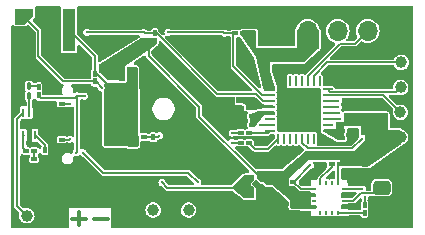
<source format=gbr>
%TF.GenerationSoftware,KiCad,Pcbnew,8.0.0*%
%TF.CreationDate,2024-03-12T22:02:48+01:00*%
%TF.ProjectId,projet s6,70726f6a-6574-4207-9336-2e6b69636164,rev?*%
%TF.SameCoordinates,Original*%
%TF.FileFunction,Copper,L1,Top*%
%TF.FilePolarity,Positive*%
%FSLAX46Y46*%
G04 Gerber Fmt 4.6, Leading zero omitted, Abs format (unit mm)*
G04 Created by KiCad (PCBNEW 8.0.0) date 2024-03-12 22:02:48*
%MOMM*%
%LPD*%
G01*
G04 APERTURE LIST*
G04 Aperture macros list*
%AMRoundRect*
0 Rectangle with rounded corners*
0 $1 Rounding radius*
0 $2 $3 $4 $5 $6 $7 $8 $9 X,Y pos of 4 corners*
0 Add a 4 corners polygon primitive as box body*
4,1,4,$2,$3,$4,$5,$6,$7,$8,$9,$2,$3,0*
0 Add four circle primitives for the rounded corners*
1,1,$1+$1,$2,$3*
1,1,$1+$1,$4,$5*
1,1,$1+$1,$6,$7*
1,1,$1+$1,$8,$9*
0 Add four rect primitives between the rounded corners*
20,1,$1+$1,$2,$3,$4,$5,0*
20,1,$1+$1,$4,$5,$6,$7,0*
20,1,$1+$1,$6,$7,$8,$9,0*
20,1,$1+$1,$8,$9,$2,$3,0*%
%AMRotRect*
0 Rectangle, with rotation*
0 The origin of the aperture is its center*
0 $1 length*
0 $2 width*
0 $3 Rotation angle, in degrees counterclockwise*
0 Add horizontal line*
21,1,$1,$2,0,0,$3*%
%AMOutline4P*
0 Free polygon, 4 corners , with rotation*
0 The origin of the aperture is its center*
0 number of corners: always 4*
0 $1 to $8 corner X, Y*
0 $9 Rotation angle, in degrees counterclockwise*
0 create outline with 4 corners*
4,1,4,$1,$2,$3,$4,$5,$6,$7,$8,$1,$2,$9*%
%AMOutline5P*
0 Free polygon, 5 corners , with rotation*
0 The origin of the aperture is its center*
0 number of corners: always 5*
0 $1 to $10 corner X, Y*
0 $11 Rotation angle, in degrees counterclockwise*
0 create outline with 5 corners*
4,1,5,$1,$2,$3,$4,$5,$6,$7,$8,$9,$10,$1,$2,$11*%
%AMOutline6P*
0 Free polygon, 6 corners , with rotation*
0 The origin of the aperture is its center*
0 number of corners: always 6*
0 $1 to $12 corner X, Y*
0 $13 Rotation angle, in degrees counterclockwise*
0 create outline with 6 corners*
4,1,6,$1,$2,$3,$4,$5,$6,$7,$8,$9,$10,$11,$12,$1,$2,$13*%
%AMOutline7P*
0 Free polygon, 7 corners , with rotation*
0 The origin of the aperture is its center*
0 number of corners: always 7*
0 $1 to $14 corner X, Y*
0 $15 Rotation angle, in degrees counterclockwise*
0 create outline with 7 corners*
4,1,7,$1,$2,$3,$4,$5,$6,$7,$8,$9,$10,$11,$12,$13,$14,$1,$2,$15*%
%AMOutline8P*
0 Free polygon, 8 corners , with rotation*
0 The origin of the aperture is its center*
0 number of corners: always 8*
0 $1 to $16 corner X, Y*
0 $17 Rotation angle, in degrees counterclockwise*
0 create outline with 8 corners*
4,1,8,$1,$2,$3,$4,$5,$6,$7,$8,$9,$10,$11,$12,$13,$14,$15,$16,$1,$2,$17*%
G04 Aperture macros list end*
%ADD10C,0.300000*%
%TA.AperFunction,NonConductor*%
%ADD11C,0.300000*%
%TD*%
%TA.AperFunction,SMDPad,CuDef*%
%ADD12R,0.325000X0.250000*%
%TD*%
%TA.AperFunction,SMDPad,CuDef*%
%ADD13R,0.250000X0.325000*%
%TD*%
%TA.AperFunction,SMDPad,CuDef*%
%ADD14Outline5P,-0.207500X0.150000X0.057500X0.150000X0.207500X0.000000X0.207500X-0.150000X-0.207500X-0.150000X180.000000*%
%TD*%
%TA.AperFunction,SMDPad,CuDef*%
%ADD15Outline5P,-0.207500X0.150000X0.207500X0.150000X0.207500X0.000000X0.057500X-0.150000X-0.207500X-0.150000X180.000000*%
%TD*%
%TA.AperFunction,SMDPad,CuDef*%
%ADD16RotRect,0.500000X0.500000X225.000000*%
%TD*%
%TA.AperFunction,SMDPad,CuDef*%
%ADD17Outline5P,-0.207500X0.150000X0.207500X0.150000X0.207500X-0.150000X-0.057500X-0.150000X-0.207500X0.000000X180.000000*%
%TD*%
%TA.AperFunction,SMDPad,CuDef*%
%ADD18Outline5P,-0.207500X0.000000X-0.057500X0.150000X0.207500X0.150000X0.207500X-0.150000X-0.207500X-0.150000X180.000000*%
%TD*%
%TA.AperFunction,SMDPad,CuDef*%
%ADD19RoundRect,0.075000X-0.212500X-0.075000X0.212500X-0.075000X0.212500X0.075000X-0.212500X0.075000X0*%
%TD*%
%TA.AperFunction,ComponentPad*%
%ADD20R,1.700000X1.700000*%
%TD*%
%TA.AperFunction,ComponentPad*%
%ADD21O,1.700000X1.700000*%
%TD*%
%TA.AperFunction,SMDPad,CuDef*%
%ADD22RoundRect,0.075000X0.212500X0.075000X-0.212500X0.075000X-0.212500X-0.075000X0.212500X-0.075000X0*%
%TD*%
%TA.AperFunction,SMDPad,CuDef*%
%ADD23RoundRect,0.075000X0.075000X-0.212500X0.075000X0.212500X-0.075000X0.212500X-0.075000X-0.212500X0*%
%TD*%
%TA.AperFunction,SMDPad,CuDef*%
%ADD24RoundRect,0.062500X-0.375000X-0.062500X0.375000X-0.062500X0.375000X0.062500X-0.375000X0.062500X0*%
%TD*%
%TA.AperFunction,SMDPad,CuDef*%
%ADD25RoundRect,0.062500X-0.062500X-0.375000X0.062500X-0.375000X0.062500X0.375000X-0.062500X0.375000X0*%
%TD*%
%TA.AperFunction,HeatsinkPad*%
%ADD26R,3.450000X3.450000*%
%TD*%
%TA.AperFunction,ComponentPad*%
%ADD27C,1.000000*%
%TD*%
%TA.AperFunction,SMDPad,CuDef*%
%ADD28RoundRect,0.075000X-0.075000X0.212500X-0.075000X-0.212500X0.075000X-0.212500X0.075000X0.212500X0*%
%TD*%
%TA.AperFunction,SMDPad,CuDef*%
%ADD29RoundRect,0.100000X0.100000X-0.217500X0.100000X0.217500X-0.100000X0.217500X-0.100000X-0.217500X0*%
%TD*%
%TA.AperFunction,SMDPad,CuDef*%
%ADD30R,0.250000X0.799999*%
%TD*%
%TA.AperFunction,SMDPad,CuDef*%
%ADD31R,1.420000X0.610000*%
%TD*%
%TA.AperFunction,SMDPad,CuDef*%
%ADD32Outline5P,-0.650000X0.750000X0.650000X0.750000X0.650000X-0.750000X0.000000X-0.750000X-0.650000X-0.100000X90.000000*%
%TD*%
%TA.AperFunction,SMDPad,CuDef*%
%ADD33R,1.100000X3.600000*%
%TD*%
%TA.AperFunction,SMDPad,CuDef*%
%ADD34RoundRect,0.250000X-0.475000X0.337500X-0.475000X-0.337500X0.475000X-0.337500X0.475000X0.337500X0*%
%TD*%
%TA.AperFunction,SMDPad,CuDef*%
%ADD35R,0.500000X0.350000*%
%TD*%
%TA.AperFunction,SMDPad,CuDef*%
%ADD36R,0.340000X0.330000*%
%TD*%
%TA.AperFunction,SMDPad,CuDef*%
%ADD37Outline4P,-0.450000X-0.220000X0.450000X-0.220000X0.450000X0.220000X-0.450000X0.220000X90.000000*%
%TD*%
%TA.AperFunction,SMDPad,CuDef*%
%ADD38R,1.500000X0.550000*%
%TD*%
%TA.AperFunction,ComponentPad*%
%ADD39R,1.650000X1.050000*%
%TD*%
%TA.AperFunction,WasherPad*%
%ADD40C,1.000000*%
%TD*%
%TA.AperFunction,ViaPad*%
%ADD41C,0.300000*%
%TD*%
%TA.AperFunction,Conductor*%
%ADD42C,0.150000*%
%TD*%
%TA.AperFunction,Conductor*%
%ADD43C,0.200000*%
%TD*%
G04 APERTURE END LIST*
D10*
D11*
X178764510Y-83139400D02*
X179907368Y-83139400D01*
X179335939Y-83710828D02*
X179335939Y-82567971D01*
X180621653Y-83139400D02*
X181764511Y-83139400D01*
D12*
%TO.P,IC1,1,SCL*%
%TO.N,COMPASSCL*%
X199257000Y-80630000D03*
%TO.P,IC1,2,VDD*%
%TO.N,+3.3V*%
X199257000Y-81130000D03*
%TO.P,IC1,3,NC_1*%
%TO.N,unconnected-(IC1-NC_1-Pad3)*%
X199257000Y-81630000D03*
%TO.P,IC1,4,S1*%
%TO.N,+3.3V*%
X199257000Y-82130000D03*
D13*
%TO.P,IC1,5,NC_2*%
%TO.N,unconnected-(IC1-NC_2-Pad5)*%
X199770000Y-82643000D03*
%TO.P,IC1,6,NC_3*%
%TO.N,unconnected-(IC1-NC_3-Pad6)*%
X200270000Y-82643000D03*
%TO.P,IC1,7,NC_4*%
%TO.N,unconnected-(IC1-NC_4-Pad7)*%
X200770000Y-82643000D03*
%TO.P,IC1,8,STEP*%
%TO.N,Net-(IC1-STEP)*%
X201270000Y-82643000D03*
D12*
%TO.P,IC1,9,GND_1*%
%TO.N,GND*%
X201783000Y-82130000D03*
%TO.P,IC1,10,C1*%
%TO.N,Net-(IC1-C1)*%
X201783000Y-81630000D03*
%TO.P,IC1,11,GND_2*%
%TO.N,GND*%
X201783000Y-81130000D03*
%TO.P,IC1,12,SETC*%
%TO.N,Net-(IC1-SETC)*%
X201783000Y-80630000D03*
D13*
%TO.P,IC1,13,VDDIO*%
%TO.N,+3.3V*%
X201270000Y-80117000D03*
%TO.P,IC1,14,NC_5*%
%TO.N,unconnected-(IC1-NC_5-Pad14)*%
X200770000Y-80117000D03*
%TO.P,IC1,15,DRDY*%
%TO.N,unconnected-(IC1-DRDY-Pad15)*%
X200270000Y-80117000D03*
%TO.P,IC1,16,SDA*%
%TO.N,COMPASSDA*%
X199770000Y-80117000D03*
%TD*%
D14*
%TO.P,U3,1,VOUT*%
%TO.N,+3.3V*%
X194752500Y-79875000D03*
D15*
%TO.P,U3,2,GND*%
%TO.N,GND*%
X194752500Y-80585000D03*
D16*
X194360000Y-80230000D03*
D17*
%TO.P,U3,3,EN*%
%TO.N,Net-(SW6-B)*%
X193967500Y-80585000D03*
D18*
%TO.P,U3,4,VIN*%
X193967500Y-79875000D03*
%TD*%
D19*
%TO.P,C14,1*%
%TO.N,Net-(SW6-B)*%
X193932500Y-81260000D03*
%TO.P,C14,2*%
%TO.N,GND*%
X194607500Y-81260000D03*
%TD*%
D20*
%TO.P,J2,1,Pin_1*%
%TO.N,GND*%
X196150000Y-67250000D03*
D21*
%TO.P,J2,2,Pin_2*%
%TO.N,+3.3V*%
X198690000Y-67250000D03*
%TO.P,J2,3,Pin_3*%
%TO.N,OLED_SCL*%
X201230000Y-67250000D03*
%TO.P,J2,4,Pin_4*%
%TO.N,OLED_SDA*%
X203770000Y-67250000D03*
%TD*%
D22*
%TO.P,R9,1*%
%TO.N,COMPASSCL*%
X197487500Y-80030000D03*
%TO.P,R9,2*%
%TO.N,+3.3V*%
X196812500Y-80030000D03*
%TD*%
D23*
%TO.P,R1,1*%
%TO.N,GND*%
X176440000Y-78037500D03*
%TO.P,R1,2*%
%TO.N,Net-(U2-PROG)*%
X176440000Y-77362500D03*
%TD*%
D24*
%TO.P,U1,1,VDD*%
%TO.N,+3.3V*%
X195512500Y-72180000D03*
%TO.P,U1,2,PC14*%
%TO.N,B1*%
X195512500Y-72680000D03*
%TO.P,U1,3,PC15*%
%TO.N,B2*%
X195512500Y-73180000D03*
%TO.P,U1,4,NRST*%
%TO.N,Net-(U1-NRST)*%
X195512500Y-73680000D03*
%TO.P,U1,5,VDDA*%
%TO.N,+3.3V*%
X195512500Y-74180000D03*
%TO.P,U1,6,PA0*%
%TO.N,unconnected-(U1-PA0-Pad6)*%
X195512500Y-74680000D03*
%TO.P,U1,7,PA1*%
%TO.N,ALIMGPS*%
X195512500Y-75180000D03*
%TO.P,U1,8,PA2*%
%TO.N,GPSRX*%
X195512500Y-75680000D03*
D25*
%TO.P,U1,9,PA3*%
%TO.N,GPSTX*%
X196200000Y-76367500D03*
%TO.P,U1,10,PA4*%
%TO.N,unconnected-(U1-PA4-Pad10)*%
X196700000Y-76367500D03*
%TO.P,U1,11,PA5*%
%TO.N,unconnected-(U1-PA5-Pad11)*%
X197200000Y-76367500D03*
%TO.P,U1,12,PA6*%
%TO.N,unconnected-(U1-PA6-Pad12)*%
X197700000Y-76367500D03*
%TO.P,U1,13,PA7*%
%TO.N,OLED_SCL*%
X198200000Y-76367500D03*
%TO.P,U1,14,PB0*%
%TO.N,unconnected-(U1-PB0-Pad14)*%
X198700000Y-76367500D03*
%TO.P,U1,15,PB1*%
%TO.N,unconnected-(U1-PB1-Pad15)*%
X199200000Y-76367500D03*
%TO.P,U1,16,VSS*%
%TO.N,GND*%
X199700000Y-76367500D03*
D24*
%TO.P,U1,17,VDD*%
%TO.N,+3.3V*%
X200387500Y-75680000D03*
%TO.P,U1,18,PA8*%
%TO.N,unconnected-(U1-PA8-Pad18)*%
X200387500Y-75180000D03*
%TO.P,U1,19,PA9*%
%TO.N,COMPASSCL*%
X200387500Y-74680000D03*
%TO.P,U1,20,PA10*%
%TO.N,COMPASSDA*%
X200387500Y-74180000D03*
%TO.P,U1,21,PA11*%
%TO.N,D-*%
X200387500Y-73680000D03*
%TO.P,U1,22,PA12*%
%TO.N,D+*%
X200387500Y-73180000D03*
%TO.P,U1,23,PA13*%
%TO.N,SWDIO*%
X200387500Y-72680000D03*
%TO.P,U1,24,PA14*%
%TO.N,SWCLK*%
X200387500Y-72180000D03*
D25*
%TO.P,U1,25,PA15*%
%TO.N,unconnected-(U1-PA15-Pad25)*%
X199700000Y-71492500D03*
%TO.P,U1,26,PB3*%
%TO.N,SWO*%
X199200000Y-71492500D03*
%TO.P,U1,27,PB4*%
%TO.N,OLED_SDA*%
X198700000Y-71492500D03*
%TO.P,U1,28,PB5*%
%TO.N,unconnected-(U1-PB5-Pad28)*%
X198200000Y-71492500D03*
%TO.P,U1,29,PB6*%
%TO.N,unconnected-(U1-PB6-Pad29)*%
X197700000Y-71492500D03*
%TO.P,U1,30,PB7*%
%TO.N,unconnected-(U1-PB7-Pad30)*%
X197200000Y-71492500D03*
%TO.P,U1,31,PH3*%
%TO.N,GND*%
X196700000Y-71492500D03*
%TO.P,U1,32,VSS*%
X196200000Y-71492500D03*
D26*
%TO.P,U1,33,VSS*%
X197950000Y-73930000D03*
%TD*%
D27*
%TO.P,TP5,1,1*%
%TO.N,BAT+*%
X174910000Y-82900000D03*
%TD*%
%TO.P,TP9,1,1*%
%TO.N,SWDIO*%
X206550000Y-74140000D03*
%TD*%
D22*
%TO.P,C3,1*%
%TO.N,GND*%
X202267500Y-75680000D03*
%TO.P,C3,2*%
%TO.N,+3.3V*%
X201592500Y-75680000D03*
%TD*%
%TO.P,R4,1*%
%TO.N,Net-(J1-CC2)*%
X177877500Y-73420000D03*
%TO.P,R4,2*%
%TO.N,GND*%
X177202500Y-73420000D03*
%TD*%
%TO.P,R7,1*%
%TO.N,GPSTX*%
X193697500Y-76730000D03*
%TO.P,R7,2*%
%TO.N,Net-(PA1010D1-TX)*%
X193022500Y-76730000D03*
%TD*%
D28*
%TO.P,C15,1*%
%TO.N,+3.3V*%
X195420000Y-80002500D03*
%TO.P,C15,2*%
%TO.N,GND*%
X195420000Y-80677500D03*
%TD*%
D27*
%TO.P,TP11,1,1*%
%TO.N,SWCLK*%
X206570000Y-72030000D03*
%TD*%
%TO.P,TP7,1,1*%
%TO.N,+3.3V*%
X206570000Y-76240000D03*
%TD*%
D22*
%TO.P,R8,1*%
%TO.N,+3.3V*%
X201447500Y-78530000D03*
%TO.P,R8,2*%
%TO.N,COMPASSDA*%
X200772500Y-78530000D03*
%TD*%
D29*
%TO.P,D1,1,K*%
%TO.N,Net-(D1-K)*%
X175110000Y-72737500D03*
%TO.P,D1,2,A*%
%TO.N,Net-(D1-A)*%
X175110000Y-71922500D03*
%TD*%
D19*
%TO.P,C1,1*%
%TO.N,vusb*%
X174862500Y-77410000D03*
%TO.P,C1,2*%
%TO.N,Net-(C1-Pad2)*%
X175537500Y-77410000D03*
%TD*%
%TO.P,R6,1*%
%TO.N,Net-(PA1010D1-RX)*%
X193042500Y-75880000D03*
%TO.P,R6,2*%
%TO.N,GPSRX*%
X193717500Y-75880000D03*
%TD*%
D27*
%TO.P,TP8,1,1*%
%TO.N,GND*%
X206590000Y-67840000D03*
%TD*%
D19*
%TO.P,C9,1*%
%TO.N,+3.3V*%
X182962500Y-71290000D03*
%TO.P,C9,2*%
%TO.N,GNDGPS*%
X183637500Y-71290000D03*
%TD*%
D23*
%TO.P,C10,1*%
%TO.N,Net-(BT1-+)*%
X180670000Y-71527500D03*
%TO.P,C10,2*%
%TO.N,GNDGPS*%
X180670000Y-70852500D03*
%TD*%
D22*
%TO.P,C12,1*%
%TO.N,+3.3V*%
X197497500Y-81940000D03*
%TO.P,C12,2*%
%TO.N,GND*%
X196822500Y-81940000D03*
%TD*%
%TO.P,R5,1*%
%TO.N,Net-(J1-CC1)*%
X177877500Y-76440000D03*
%TO.P,R5,2*%
%TO.N,GND*%
X177202500Y-76440000D03*
%TD*%
D30*
%TO.P,U2,1,GND*%
%TO.N,GND*%
X175620000Y-74179998D03*
%TO.P,U2,2,\u002ACHRG*%
%TO.N,Net-(D1-K)*%
X175120001Y-74179998D03*
%TO.P,U2,3,BAT*%
%TO.N,BAT+*%
X174620002Y-74179998D03*
%TO.P,U2,4,VCC*%
%TO.N,vusb*%
X174620002Y-76080000D03*
%TO.P,U2,5,\u002AEN/\u002AACPR*%
%TO.N,GND*%
X175120001Y-76080000D03*
%TO.P,U2,6,PROG*%
%TO.N,Net-(U2-PROG)*%
X175620000Y-76080000D03*
D31*
%TO.P,U2,7*%
%TO.N,GND*%
X175120001Y-75129999D03*
%TD*%
D28*
%TO.P,R10,1*%
%TO.N,B2*%
X185750000Y-67445000D03*
%TO.P,R10,2*%
%TO.N,+3.3V*%
X185750000Y-68120000D03*
%TD*%
D22*
%TO.P,R2,1*%
%TO.N,Net-(C1-Pad2)*%
X175525000Y-78130000D03*
%TO.P,R2,2*%
%TO.N,GND*%
X174850000Y-78130000D03*
%TD*%
D27*
%TO.P,TP1,1,1*%
%TO.N,GND*%
X177040000Y-82950000D03*
%TD*%
D23*
%TO.P,R3,1*%
%TO.N,vusb*%
X175910000Y-72707500D03*
%TO.P,R3,2*%
%TO.N,Net-(D1-A)*%
X175910000Y-72032500D03*
%TD*%
D32*
%TO.P,BT1,1,+*%
%TO.N,Net-(BT1-+)*%
X174705000Y-66039012D03*
D33*
%TO.P,BT1,2,-*%
%TO.N,GNDGPS*%
X178495000Y-67189012D03*
%TD*%
D19*
%TO.P,R11,1*%
%TO.N,B1*%
X192575000Y-67450000D03*
%TO.P,R11,2*%
%TO.N,+3.3V*%
X193250000Y-67450000D03*
%TD*%
D27*
%TO.P,TP10,1,1*%
%TO.N,SWO*%
X206610000Y-69910000D03*
%TD*%
D34*
%TO.P,C13,1*%
%TO.N,Net-(IC1-C1)*%
X204970000Y-80512500D03*
%TO.P,C13,2*%
%TO.N,GND*%
X204970000Y-82587500D03*
%TD*%
D22*
%TO.P,C4,1*%
%TO.N,GND*%
X202257500Y-76350000D03*
%TO.P,C4,2*%
%TO.N,+3.3V*%
X201582500Y-76350000D03*
%TD*%
D28*
%TO.P,R14,1*%
%TO.N,ALIMGPS*%
X185610000Y-76255000D03*
%TO.P,R14,2*%
%TO.N,GND*%
X185610000Y-76930000D03*
%TD*%
D19*
%TO.P,C2,1*%
%TO.N,GND*%
X193342500Y-74470000D03*
%TO.P,C2,2*%
%TO.N,+3.3V*%
X194017500Y-74470000D03*
%TD*%
D22*
%TO.P,C6,1*%
%TO.N,GND*%
X195907500Y-70410000D03*
%TO.P,C6,2*%
%TO.N,+3.3V*%
X195232500Y-70410000D03*
%TD*%
D35*
%TO.P,Q1,1,G*%
%TO.N,ALIMGPS*%
X184810000Y-76255000D03*
%TO.P,Q1,2,S*%
%TO.N,GND*%
X184810000Y-76905000D03*
D36*
%TO.P,Q1,3,D*%
%TO.N,GNDGPS*%
X183730000Y-76580000D03*
D37*
X184120000Y-76580000D03*
%TD*%
D19*
%TO.P,C5,1*%
%TO.N,GND*%
X193332500Y-75180000D03*
%TO.P,C5,2*%
%TO.N,+3.3V*%
X194007500Y-75180000D03*
%TD*%
%TO.P,C7,1*%
%TO.N,GND*%
X193072500Y-73760000D03*
%TO.P,C7,2*%
%TO.N,Net-(U1-NRST)*%
X193747500Y-73760000D03*
%TD*%
D38*
%TO.P,SW5,1,1*%
%TO.N,GND*%
X193420000Y-69835000D03*
%TO.P,SW5,2,2*%
%TO.N,Net-(U1-NRST)*%
X193420000Y-73085000D03*
%TD*%
D19*
%TO.P,C8,1*%
%TO.N,+3.3V*%
X183002500Y-70470000D03*
%TO.P,C8,2*%
%TO.N,GNDGPS*%
X183677500Y-70470000D03*
%TD*%
D28*
%TO.P,C11,1*%
%TO.N,Net-(IC1-SETC)*%
X203520000Y-81992500D03*
%TO.P,C11,2*%
%TO.N,Net-(IC1-STEP)*%
X203520000Y-82667500D03*
%TD*%
D39*
%TO.P,SW1,1,1*%
%TO.N,GND*%
X187300000Y-65990000D03*
X191150000Y-65990000D03*
%TD*%
D40*
%TO.P,SW6,*%
%TO.N,*%
X188615000Y-82417500D03*
X185615000Y-82417500D03*
%TD*%
D39*
%TO.P,SW2,1,1*%
%TO.N,GND*%
X180450000Y-65940000D03*
X184300000Y-65940000D03*
%TD*%
D41*
%TO.N,GND*%
X200750000Y-79400000D03*
X202620000Y-81000000D03*
X202740000Y-82100000D03*
X206380000Y-81500000D03*
%TO.N,Net-(IC1-SETC)*%
X203520000Y-81330000D03*
X203330000Y-80610000D03*
%TO.N,GND*%
X200650000Y-83340000D03*
X197410000Y-77480000D03*
X198630000Y-83320000D03*
X205030000Y-79140000D03*
X202450000Y-79360000D03*
X198440000Y-79990000D03*
X199080000Y-79350000D03*
X173910000Y-83610000D03*
X174460000Y-73070000D03*
X198120000Y-70390000D03*
X196790000Y-70400000D03*
X204060000Y-69240000D03*
X204640000Y-71740000D03*
X200140000Y-71700000D03*
X203840000Y-73510000D03*
X204760000Y-73480000D03*
X207080000Y-72960000D03*
X184890000Y-70070000D03*
X185780000Y-71740000D03*
X191270000Y-79900000D03*
X193000000Y-78980000D03*
X193550000Y-66230000D03*
%TO.N,+3.3V*%
X202250000Y-74510000D03*
X194650000Y-74410000D03*
X185220000Y-68540000D03*
X193520000Y-67940000D03*
X199200000Y-68790000D03*
X202810000Y-74510000D03*
X202270000Y-75020000D03*
X182040000Y-70460000D03*
X198390000Y-68790000D03*
X202790000Y-75020000D03*
X194830000Y-79550000D03*
%TO.N,GNDGPS*%
X182130000Y-76590000D03*
%TO.N,Net-(BT1-+)*%
X181260000Y-72050000D03*
%TO.N,COMPASSCL*%
X198900000Y-78630000D03*
X201390000Y-74700000D03*
%TO.N,COMPASSDA*%
X200560000Y-78950000D03*
X201360000Y-74210000D03*
%TO.N,Net-(J1-CC2)*%
X178540000Y-73420000D03*
%TO.N,Net-(J1-CC1)*%
X178540000Y-76420000D03*
%TO.N,OLED_SCL*%
X203270000Y-76400000D03*
%TO.N,Net-(PA1010D1-TX)*%
X192290000Y-76700000D03*
%TO.N,Net-(PA1010D1-RX)*%
X192300000Y-75900000D03*
%TO.N,ALIMGPS*%
X194680000Y-75180000D03*
X186140000Y-76110000D03*
%TO.N,B2*%
X184800000Y-67360000D03*
X180000000Y-67360000D03*
%TO.N,B1*%
X186860000Y-67370000D03*
X191630000Y-67420000D03*
%TO.N,vusb*%
X174630000Y-76980000D03*
X179070000Y-77560000D03*
X179700000Y-77560000D03*
X179810000Y-72760000D03*
X189390000Y-80080000D03*
X179170000Y-72760000D03*
%TO.N,D+*%
X201290000Y-73200000D03*
%TO.N,D-*%
X201290000Y-73690000D03*
%TO.N,Net-(SW6-B)*%
X186360000Y-80070000D03*
%TO.N,GND*%
X178240000Y-70180000D03*
X196560000Y-75380000D03*
X187000000Y-78000000D03*
X177000000Y-69000000D03*
X175460000Y-69480000D03*
X174900000Y-80870000D03*
X174910000Y-80260000D03*
X175000000Y-67500000D03*
X193410000Y-77390000D03*
X189820000Y-73140000D03*
X176740000Y-75760000D03*
X178760000Y-70670000D03*
X192470000Y-74840000D03*
X174350000Y-70060000D03*
X178860000Y-79630000D03*
X188180000Y-68370000D03*
X174320000Y-70670000D03*
X175600000Y-75120000D03*
X179100000Y-78350000D03*
X178810000Y-69650000D03*
X182390000Y-83020000D03*
X202910000Y-75870000D03*
X194380000Y-71440000D03*
X175420000Y-79740000D03*
X181170000Y-68400000D03*
X189910000Y-69810000D03*
X175410000Y-80290000D03*
X179430000Y-70220000D03*
X196000000Y-78000000D03*
X178220000Y-69670000D03*
X190000000Y-79000000D03*
X174920000Y-79780000D03*
X199360000Y-75360000D03*
X178860000Y-80180000D03*
X195000000Y-82500000D03*
X179180000Y-71980000D03*
X186000000Y-78000000D03*
X176000000Y-66000000D03*
X177000000Y-67000000D03*
X186430000Y-70070000D03*
X179450000Y-69680000D03*
X189190000Y-71840000D03*
X196590000Y-74200000D03*
X178300000Y-80710000D03*
X180650000Y-73610000D03*
X176770000Y-74150000D03*
X190270000Y-68420000D03*
X187000000Y-77000000D03*
X179810000Y-72000000D03*
X199390000Y-72510000D03*
X177500000Y-72500000D03*
X192500000Y-82500000D03*
X175410000Y-80890000D03*
X188070000Y-70770000D03*
X174890000Y-70040000D03*
X204640000Y-71090000D03*
X189000000Y-78000000D03*
X178320000Y-74070000D03*
X197940000Y-72530000D03*
X184770000Y-74750000D03*
X178810000Y-70170000D03*
X188040000Y-73260000D03*
X187490000Y-75600000D03*
X189000000Y-77000000D03*
X184720000Y-72820000D03*
X178280000Y-80180000D03*
X194000000Y-69700000D03*
X191110000Y-71310000D03*
X181000000Y-80000000D03*
X179410000Y-70700000D03*
X174310000Y-69490000D03*
X194390000Y-78290000D03*
X174870000Y-70700000D03*
X178190000Y-70700000D03*
X193070000Y-68700000D03*
X196540000Y-72510000D03*
X177000000Y-81000000D03*
X180620000Y-72730000D03*
X175120000Y-76850000D03*
X206530000Y-78060000D03*
X185000000Y-78000000D03*
X189870000Y-74150000D03*
X200770000Y-76730000D03*
X184000000Y-78000000D03*
X206370000Y-66140000D03*
X178300000Y-79650000D03*
X191660000Y-68800000D03*
X174930000Y-69480000D03*
X175480000Y-70670000D03*
X193150000Y-71850000D03*
X179460000Y-79610000D03*
X188000000Y-77000000D03*
X192820000Y-69690000D03*
X179760000Y-78330000D03*
X187000000Y-83000000D03*
X175470000Y-70040000D03*
X194520000Y-76440000D03*
X179470000Y-80180000D03*
X178300000Y-75700000D03*
X197960000Y-75320000D03*
X199370000Y-74120000D03*
X179470000Y-80690000D03*
X182000000Y-81000000D03*
X174670000Y-75130000D03*
X178860000Y-80730000D03*
X188000000Y-78000000D03*
%TD*%
D42*
%TO.N,Net-(IC1-SETC)*%
X203520000Y-81992500D02*
X203520000Y-81330000D01*
X203310000Y-80630000D02*
X203330000Y-80610000D01*
X201783000Y-80630000D02*
X203310000Y-80630000D01*
%TO.N,Net-(IC1-C1)*%
X204477500Y-81005000D02*
X204970000Y-80512500D01*
X202560000Y-81630000D02*
X203185000Y-81005000D01*
X201783000Y-81630000D02*
X202560000Y-81630000D01*
X203185000Y-81005000D02*
X204477500Y-81005000D01*
%TO.N,Net-(IC1-STEP)*%
X203495500Y-82643000D02*
X203520000Y-82667500D01*
X201270000Y-82643000D02*
X203495500Y-82643000D01*
%TO.N,COMPASSCL*%
X198087500Y-80630000D02*
X197487500Y-80030000D01*
X199257000Y-80630000D02*
X198087500Y-80630000D01*
X197500000Y-80030000D02*
X197487500Y-80030000D01*
X198900000Y-78630000D02*
X197500000Y-80030000D01*
%TO.N,COMPASSDA*%
X200560000Y-78950000D02*
X199770000Y-79740000D01*
X200560000Y-78950000D02*
X200772500Y-78737500D01*
X200772500Y-78737500D02*
X200772500Y-78530000D01*
X199770000Y-79740000D02*
X199770000Y-80117000D01*
D43*
%TO.N,+3.3V*%
X201270000Y-80117000D02*
X201270000Y-78707500D01*
X201270000Y-78707500D02*
X201447500Y-78530000D01*
D42*
%TO.N,SWCLK*%
X200912608Y-72430000D02*
X206170000Y-72430000D01*
X200587500Y-72380000D02*
X200862608Y-72380000D01*
X200862608Y-72380000D02*
X200912608Y-72430000D01*
X206170000Y-72430000D02*
X206570000Y-72030000D01*
X200387500Y-72180000D02*
X200587500Y-72380000D01*
%TO.N,Net-(C1-Pad2)*%
X175537500Y-78117500D02*
X175525000Y-78130000D01*
X175537500Y-77410000D02*
X175537500Y-78117500D01*
D43*
%TO.N,+3.3V*%
X189520000Y-74510000D02*
X194560000Y-79550000D01*
X185220000Y-69354975D02*
X189520000Y-73654975D01*
X189520000Y-73654975D02*
X189520000Y-74510000D01*
X185220000Y-68540000D02*
X185220000Y-69354975D01*
X194560000Y-79550000D02*
X194830000Y-79550000D01*
X182962500Y-70510000D02*
X183002500Y-70470000D01*
X182050000Y-70470000D02*
X182040000Y-70460000D01*
D42*
%TO.N,Net-(U1-NRST)*%
X193747500Y-73012500D02*
X193675000Y-73085000D01*
X193675000Y-73085000D02*
X193420000Y-73085000D01*
X193937054Y-73680000D02*
X193857054Y-73760000D01*
X193857054Y-73760000D02*
X193747500Y-73760000D01*
D43*
%TO.N,GNDGPS*%
X180670000Y-69364012D02*
X178495000Y-67189012D01*
X178690000Y-65690000D02*
X178710000Y-68480000D01*
X183637500Y-71439999D02*
X183637500Y-71290000D01*
X181710000Y-71742501D02*
X180819999Y-70852500D01*
X178710000Y-68480000D02*
X178690000Y-68283603D01*
X180670000Y-70852500D02*
X180670000Y-69364012D01*
X180819999Y-70852500D02*
X180670000Y-70852500D01*
D42*
X184120000Y-76580000D02*
X183730000Y-76580000D01*
D43*
X183334998Y-71742501D02*
X183637500Y-71439999D01*
X181710000Y-71742501D02*
X183334998Y-71742501D01*
D42*
%TO.N,Net-(BT1-+)*%
X180737500Y-71527500D02*
X181260000Y-72050000D01*
X175885000Y-67219012D02*
X175885000Y-69405000D01*
X178007500Y-71527500D02*
X180670000Y-71527500D01*
X174705000Y-66039012D02*
X175885000Y-67219012D01*
X180670000Y-71527500D02*
X180737500Y-71527500D01*
X175885000Y-69405000D02*
X178007500Y-71527500D01*
%TO.N,Net-(D1-K)*%
X175120001Y-74179998D02*
X175120001Y-72747501D01*
X175120001Y-72747501D02*
X175110000Y-72737500D01*
%TO.N,Net-(D1-A)*%
X175110000Y-71922500D02*
X175800000Y-71922500D01*
X175800000Y-71922500D02*
X175910000Y-72032500D01*
%TO.N,COMPASSCL*%
X200387500Y-74680000D02*
X201370000Y-74680000D01*
X201370000Y-74680000D02*
X201390000Y-74700000D01*
%TO.N,COMPASSDA*%
X201330000Y-74180000D02*
X201360000Y-74210000D01*
X200387500Y-74180000D02*
X201330000Y-74180000D01*
%TO.N,Net-(J1-CC2)*%
X177877500Y-73420000D02*
X178540000Y-73420000D01*
%TO.N,Net-(J1-CC1)*%
X177877500Y-76440000D02*
X178520000Y-76440000D01*
X178520000Y-76440000D02*
X178540000Y-76420000D01*
%TO.N,OLED_SCL*%
X198686680Y-77200000D02*
X198200000Y-76713320D01*
X202470000Y-77200000D02*
X198686680Y-77200000D01*
X203270000Y-76400000D02*
X202470000Y-77200000D01*
X198200000Y-76713320D02*
X198200000Y-76367500D01*
%TO.N,OLED_SDA*%
X198700000Y-71055001D02*
X201430001Y-68325000D01*
X201430001Y-68325000D02*
X202695000Y-68325000D01*
X202695000Y-68325000D02*
X203770000Y-67250000D01*
X198700000Y-71492500D02*
X198700000Y-71055001D01*
%TO.N,Net-(PA1010D1-TX)*%
X192320000Y-76730000D02*
X192290000Y-76700000D01*
X193022500Y-76730000D02*
X192320000Y-76730000D01*
%TO.N,Net-(PA1010D1-RX)*%
X193042500Y-75880000D02*
X192320000Y-75880000D01*
X192320000Y-75880000D02*
X192300000Y-75900000D01*
%TO.N,ALIMGPS*%
X195512500Y-75180000D02*
X194680000Y-75180000D01*
X185995000Y-76255000D02*
X186140000Y-76110000D01*
X185610000Y-76255000D02*
X185995000Y-76255000D01*
X184810000Y-76255000D02*
X185610000Y-76255000D01*
%TO.N,Net-(U2-PROG)*%
X176440000Y-76900000D02*
X176440000Y-77362500D01*
X175620000Y-76080000D02*
X176440000Y-76900000D01*
%TO.N,GPSRX*%
X195312500Y-75880000D02*
X195512500Y-75680000D01*
X193717500Y-75880000D02*
X195312500Y-75880000D01*
%TO.N,GPSTX*%
X193697500Y-76730000D02*
X194217500Y-77250000D01*
X194217500Y-77250000D02*
X195317500Y-77250000D01*
X195317500Y-77250000D02*
X196200000Y-76367500D01*
%TO.N,B2*%
X191044999Y-72590000D02*
X191049999Y-72585000D01*
X184885000Y-67445000D02*
X184800000Y-67360000D01*
X194920000Y-73180000D02*
X195512500Y-73180000D01*
X185750000Y-67445000D02*
X184885000Y-67445000D01*
X185899999Y-67445000D02*
X191044999Y-72590000D01*
X191049999Y-72585000D02*
X194325000Y-72585000D01*
X180000000Y-67360000D02*
X184800000Y-67360000D01*
X194325000Y-72585000D02*
X194920000Y-73180000D01*
X185750000Y-67445000D02*
X185899999Y-67445000D01*
%TO.N,B1*%
X186860000Y-67370000D02*
X191580000Y-67370000D01*
X192395000Y-70230736D02*
X192395000Y-67630000D01*
X192395000Y-67630000D02*
X192575000Y-67450000D01*
X192575000Y-67450000D02*
X191660000Y-67450000D01*
X194844264Y-72680000D02*
X192395000Y-70230736D01*
X191580000Y-67370000D02*
X191630000Y-67420000D01*
X191660000Y-67450000D02*
X191630000Y-67420000D01*
X195512500Y-72680000D02*
X194844264Y-72680000D01*
D43*
%TO.N,vusb*%
X188550000Y-79240000D02*
X189390000Y-80080000D01*
X179170000Y-77460000D02*
X179170000Y-72760000D01*
X179070000Y-77560000D02*
X179170000Y-77460000D01*
X179170000Y-72760000D02*
X178990000Y-72940000D01*
X174620002Y-76080000D02*
X174620002Y-76970002D01*
X174635000Y-76094998D02*
X174620002Y-76080000D01*
X174620002Y-76970002D02*
X174630000Y-76980000D01*
X174620002Y-76989998D02*
X174620002Y-77167502D01*
X179700000Y-77560000D02*
X181380000Y-79240000D01*
X179170000Y-72760000D02*
X179810000Y-72760000D01*
X178990000Y-72940000D02*
X176142500Y-72940000D01*
X174630000Y-76980000D02*
X174620002Y-76989998D01*
X174620002Y-77167502D02*
X174862500Y-77410000D01*
X176142500Y-72940000D02*
X175910000Y-72707500D01*
X181380000Y-79240000D02*
X188550000Y-79240000D01*
D42*
%TO.N,SWDIO*%
X205090000Y-72680000D02*
X206550000Y-74140000D01*
X200387500Y-72680000D02*
X205090000Y-72680000D01*
%TO.N,SWO*%
X199200000Y-71492500D02*
X199200000Y-71055001D01*
X199200000Y-71055001D02*
X200345001Y-69910000D01*
X200345001Y-69910000D02*
X206610000Y-69910000D01*
D43*
%TO.N,D+*%
X200387500Y-73180000D02*
X201270000Y-73180000D01*
X201270000Y-73180000D02*
X201290000Y-73200000D01*
%TO.N,D-*%
X200387500Y-73680000D02*
X201280000Y-73680000D01*
X201280000Y-73680000D02*
X201290000Y-73690000D01*
%TO.N,Net-(SW6-B)*%
X186820000Y-80530000D02*
X186360000Y-80070000D01*
X192730000Y-80530000D02*
X186820000Y-80530000D01*
%TO.N,GND*%
X194360000Y-80230000D02*
X194397500Y-80230000D01*
X175120001Y-76080000D02*
X175120000Y-76850000D01*
X194397500Y-80230000D02*
X194752500Y-80585000D01*
%TO.N,BAT+*%
X174110001Y-74689999D02*
X174620002Y-74179998D01*
X174110001Y-82100001D02*
X174110001Y-74689999D01*
X174910000Y-82900000D02*
X174110001Y-82100001D01*
%TD*%
%TA.AperFunction,Conductor*%
%TO.N,+3.3V*%
G36*
X201070000Y-75540000D02*
G01*
X200118949Y-75557776D01*
X200121197Y-75557261D01*
X201070000Y-75535819D01*
X201070000Y-75540000D01*
G37*
%TD.AperFunction*%
%TD*%
%TA.AperFunction,Conductor*%
%TO.N,GNDGPS*%
G36*
X184168343Y-70288585D02*
G01*
X184235148Y-70309048D01*
X184280286Y-70362380D01*
X184290897Y-70411663D01*
X184339088Y-76946466D01*
X184319898Y-77013648D01*
X184267433Y-77059791D01*
X184216469Y-77071372D01*
X183565378Y-77078606D01*
X183498124Y-77059668D01*
X183451785Y-77007375D01*
X183450191Y-77000242D01*
X183439999Y-76989999D01*
X181563615Y-76980664D01*
X181496674Y-76960647D01*
X181451183Y-76907616D01*
X181440232Y-76856433D01*
X181441786Y-76027540D01*
X181448863Y-72255613D01*
X181468674Y-72188614D01*
X181469715Y-72187027D01*
X181495966Y-72147740D01*
X181515408Y-72050000D01*
X181515408Y-72049997D01*
X181495966Y-71952260D01*
X181470531Y-71914193D01*
X181449653Y-71847515D01*
X181449633Y-71845169D01*
X181449771Y-71771855D01*
X181469582Y-71704855D01*
X181522472Y-71659200D01*
X181571843Y-71648106D01*
X183380000Y-71620000D01*
X183425493Y-70400771D01*
X183447664Y-70334515D01*
X183502137Y-70290760D01*
X183550847Y-70281405D01*
X184168343Y-70288585D01*
G37*
%TD.AperFunction*%
%TD*%
%TA.AperFunction,Conductor*%
%TO.N,Net-(SW6-B)*%
G36*
X194120188Y-79449685D02*
G01*
X194165943Y-79502489D01*
X194177117Y-79556817D01*
X194171129Y-79820293D01*
X194149926Y-79886868D01*
X194134842Y-79905157D01*
X193880000Y-80159999D01*
X193880000Y-80300000D01*
X194133044Y-80553044D01*
X194166529Y-80614367D01*
X194169354Y-80642256D01*
X194161512Y-81277531D01*
X194141001Y-81344322D01*
X194087636Y-81389422D01*
X194037521Y-81400000D01*
X193391877Y-81400000D01*
X193324838Y-81380315D01*
X193316698Y-81374611D01*
X192388821Y-80667219D01*
X192347442Y-80610920D01*
X192340000Y-80568608D01*
X192340000Y-80483490D01*
X192359685Y-80416451D01*
X192378909Y-80393293D01*
X192896334Y-79905157D01*
X193364169Y-79463803D01*
X193426441Y-79432118D01*
X193449260Y-79430000D01*
X194053149Y-79430000D01*
X194120188Y-79449685D01*
G37*
%TD.AperFunction*%
%TD*%
%TA.AperFunction,Conductor*%
%TO.N,+3.3V*%
G36*
X195889225Y-74069685D02*
G01*
X195934980Y-74122489D01*
X195946129Y-74177757D01*
X195943604Y-74261057D01*
X195921897Y-74327469D01*
X195867731Y-74371603D01*
X195821009Y-74381293D01*
X195020000Y-74390000D01*
X195019998Y-74390001D01*
X194577108Y-74940619D01*
X194549378Y-74966002D01*
X194499398Y-74999398D01*
X194444035Y-75082258D01*
X194444032Y-75082265D01*
X194443673Y-75084070D01*
X194440236Y-75091428D01*
X194439360Y-75093544D01*
X194439266Y-75093505D01*
X194418681Y-75137582D01*
X194315215Y-75266217D01*
X194257859Y-75306118D01*
X194223864Y-75312388D01*
X193940559Y-75324444D01*
X193872743Y-75307627D01*
X193824785Y-75256816D01*
X193811293Y-75199331D01*
X193819179Y-74402820D01*
X193839526Y-74335983D01*
X193892781Y-74290753D01*
X193896792Y-74289053D01*
X194467696Y-74058987D01*
X194514044Y-74050000D01*
X195822186Y-74050000D01*
X195889225Y-74069685D01*
G37*
%TD.AperFunction*%
%TD*%
%TA.AperFunction,Conductor*%
%TO.N,+3.3V*%
G36*
X199506664Y-67079340D02*
G01*
X199573596Y-67099383D01*
X199619068Y-67152430D01*
X199630000Y-67203338D01*
X199630000Y-68714315D01*
X199610315Y-68781354D01*
X199588381Y-68806994D01*
X198405236Y-69858679D01*
X198342053Y-69888505D01*
X198322855Y-69890000D01*
X195500000Y-69890000D01*
X195500000Y-70659999D01*
X195924535Y-72042206D01*
X195930000Y-72078613D01*
X195930000Y-72184659D01*
X195910315Y-72251698D01*
X195857511Y-72297453D01*
X195804667Y-72308652D01*
X195095332Y-72301025D01*
X195028508Y-72280621D01*
X194983323Y-72227328D01*
X194976493Y-72207606D01*
X194943675Y-72078613D01*
X194280000Y-69470000D01*
X193060656Y-67631150D01*
X193040013Y-67564399D01*
X193040000Y-67562622D01*
X193040000Y-67324949D01*
X193059685Y-67257910D01*
X193112489Y-67212155D01*
X193164943Y-67200953D01*
X194226949Y-67209060D01*
X194293834Y-67229255D01*
X194339184Y-67282407D01*
X194350000Y-67333056D01*
X194350000Y-68680000D01*
X197780000Y-68680000D01*
X197780000Y-68679999D01*
X197779734Y-68658649D01*
X197761567Y-67196209D01*
X197780417Y-67128934D01*
X197832648Y-67082526D01*
X197886215Y-67070674D01*
X199506664Y-67079340D01*
G37*
%TD.AperFunction*%
%TD*%
%TA.AperFunction,Conductor*%
%TO.N,GND*%
G36*
X207592539Y-65170185D02*
G01*
X207638294Y-65222989D01*
X207649500Y-65274500D01*
X207649500Y-83825500D01*
X207629815Y-83892539D01*
X207577011Y-83938294D01*
X207525500Y-83949500D01*
X182194011Y-83949500D01*
X182126972Y-83929815D01*
X182081217Y-83877011D01*
X182070011Y-83825500D01*
X182070011Y-82417500D01*
X184959722Y-82417500D01*
X184978762Y-82574318D01*
X185010147Y-82657071D01*
X185034780Y-82722023D01*
X185124517Y-82852030D01*
X185242760Y-82956783D01*
X185242762Y-82956784D01*
X185382634Y-83030196D01*
X185536014Y-83068000D01*
X185536015Y-83068000D01*
X185693985Y-83068000D01*
X185847365Y-83030196D01*
X185987240Y-82956783D01*
X186105483Y-82852030D01*
X186195220Y-82722023D01*
X186251237Y-82574318D01*
X186270278Y-82417500D01*
X187959722Y-82417500D01*
X187978762Y-82574318D01*
X188010147Y-82657071D01*
X188034780Y-82722023D01*
X188124517Y-82852030D01*
X188242760Y-82956783D01*
X188242762Y-82956784D01*
X188382634Y-83030196D01*
X188536014Y-83068000D01*
X188536015Y-83068000D01*
X188693985Y-83068000D01*
X188847365Y-83030196D01*
X188987240Y-82956783D01*
X189105483Y-82852030D01*
X189195220Y-82722023D01*
X189251237Y-82574318D01*
X189270278Y-82417500D01*
X189265405Y-82377362D01*
X189251237Y-82260681D01*
X189209196Y-82149829D01*
X189195220Y-82112977D01*
X189105483Y-81982970D01*
X188987240Y-81878217D01*
X188987238Y-81878216D01*
X188987237Y-81878215D01*
X188847365Y-81804803D01*
X188693986Y-81767000D01*
X188693985Y-81767000D01*
X188536015Y-81767000D01*
X188536014Y-81767000D01*
X188382634Y-81804803D01*
X188242762Y-81878215D01*
X188124516Y-81982971D01*
X188034781Y-82112975D01*
X188034780Y-82112976D01*
X187978762Y-82260681D01*
X187959722Y-82417499D01*
X187959722Y-82417500D01*
X186270278Y-82417500D01*
X186265405Y-82377362D01*
X186251237Y-82260681D01*
X186209196Y-82149829D01*
X186195220Y-82112977D01*
X186105483Y-81982970D01*
X185987240Y-81878217D01*
X185987238Y-81878216D01*
X185987237Y-81878215D01*
X185847365Y-81804803D01*
X185693986Y-81767000D01*
X185693985Y-81767000D01*
X185536015Y-81767000D01*
X185536014Y-81767000D01*
X185382634Y-81804803D01*
X185242762Y-81878215D01*
X185124516Y-81982971D01*
X185034781Y-82112975D01*
X185034780Y-82112976D01*
X184978762Y-82260681D01*
X184959722Y-82417499D01*
X184959722Y-82417500D01*
X182070011Y-82417500D01*
X182070011Y-82262471D01*
X178459010Y-82262471D01*
X178459010Y-83825500D01*
X178439325Y-83892539D01*
X178386521Y-83938294D01*
X178335010Y-83949500D01*
X173724500Y-83949500D01*
X173657461Y-83929815D01*
X173611706Y-83877011D01*
X173600500Y-83825500D01*
X173600500Y-66838129D01*
X173620185Y-66771090D01*
X173672989Y-66725335D01*
X173742147Y-66715391D01*
X173805703Y-66744416D01*
X173827599Y-66769234D01*
X173846496Y-66797516D01*
X173896278Y-66830779D01*
X173896281Y-66830779D01*
X173896282Y-66830780D01*
X173940177Y-66839512D01*
X173940180Y-66839512D01*
X174819827Y-66839513D01*
X174863723Y-66830781D01*
X174900937Y-66805915D01*
X174939286Y-66767565D01*
X175000607Y-66734080D01*
X175070299Y-66739064D01*
X175114648Y-66767565D01*
X175623181Y-67276098D01*
X175656666Y-67337421D01*
X175659500Y-67363779D01*
X175659500Y-69350142D01*
X175659499Y-69350156D01*
X175659499Y-69449857D01*
X175678975Y-69496872D01*
X175693830Y-69532736D01*
X175693832Y-69532738D01*
X175774700Y-69613606D01*
X175774706Y-69613611D01*
X177879764Y-71718670D01*
X177879766Y-71718672D01*
X177948095Y-71746974D01*
X178002499Y-71790814D01*
X178024564Y-71857108D01*
X178007285Y-71924808D01*
X177988326Y-71949215D01*
X177964504Y-71973037D01*
X177901905Y-72081463D01*
X177895540Y-72105218D01*
X177869500Y-72202399D01*
X177869500Y-72327601D01*
X177887605Y-72395168D01*
X177901905Y-72448537D01*
X177901908Y-72448542D01*
X177933638Y-72503501D01*
X177950111Y-72571401D01*
X177927258Y-72637428D01*
X177872337Y-72680618D01*
X177826251Y-72689500D01*
X176334499Y-72689500D01*
X176267460Y-72669815D01*
X176221705Y-72617011D01*
X176210499Y-72565500D01*
X176210499Y-72472791D01*
X176205675Y-72448536D01*
X176197417Y-72407014D01*
X176197416Y-72407012D01*
X176195034Y-72395036D01*
X176199242Y-72394199D01*
X176194268Y-72348003D01*
X176195154Y-72344988D01*
X176195034Y-72344965D01*
X176197417Y-72332986D01*
X176210500Y-72267211D01*
X176210499Y-71797790D01*
X176197417Y-71732014D01*
X176147577Y-71657423D01*
X176098321Y-71624511D01*
X176072987Y-71607583D01*
X176051061Y-71603222D01*
X176007211Y-71594500D01*
X176007209Y-71594500D01*
X175812792Y-71594500D01*
X175747013Y-71607583D01*
X175747008Y-71607585D01*
X175672422Y-71657422D01*
X175669164Y-71660681D01*
X175607841Y-71694166D01*
X175581483Y-71697000D01*
X175565581Y-71697000D01*
X175498542Y-71677315D01*
X175452787Y-71624511D01*
X175450833Y-71618463D01*
X175450640Y-71618544D01*
X175445966Y-71607260D01*
X175437440Y-71594500D01*
X175390601Y-71524399D01*
X175307740Y-71469034D01*
X175307739Y-71469033D01*
X175307735Y-71469032D01*
X175234677Y-71454500D01*
X175234674Y-71454500D01*
X174985326Y-71454500D01*
X174985323Y-71454500D01*
X174912264Y-71469032D01*
X174912260Y-71469033D01*
X174829399Y-71524399D01*
X174774033Y-71607260D01*
X174774032Y-71607264D01*
X174759500Y-71680321D01*
X174759500Y-72164678D01*
X174774032Y-72237735D01*
X174774035Y-72237742D01*
X174789649Y-72261111D01*
X174810526Y-72327788D01*
X174792040Y-72395168D01*
X174789649Y-72398889D01*
X174774035Y-72422257D01*
X174774032Y-72422264D01*
X174759500Y-72495321D01*
X174759500Y-72979678D01*
X174774032Y-73052735D01*
X174774033Y-73052739D01*
X174779219Y-73060500D01*
X174829399Y-73135601D01*
X174839390Y-73142277D01*
X174884195Y-73195886D01*
X174894501Y-73245379D01*
X174894501Y-73505949D01*
X174874816Y-73572988D01*
X174822012Y-73618743D01*
X174765914Y-73628095D01*
X174765914Y-73629498D01*
X174480180Y-73629498D01*
X174436284Y-73638229D01*
X174436277Y-73638232D01*
X174386498Y-73671493D01*
X174386497Y-73671494D01*
X174353236Y-73721273D01*
X174353233Y-73721280D01*
X174344502Y-73765175D01*
X174344502Y-74049875D01*
X174324817Y-74116914D01*
X174308183Y-74137556D01*
X173897638Y-74548100D01*
X173897637Y-74548101D01*
X173859501Y-74640169D01*
X173859501Y-82149830D01*
X173897637Y-82241898D01*
X174251487Y-82595748D01*
X174284972Y-82657071D01*
X174279988Y-82726763D01*
X174279749Y-82727398D01*
X174273763Y-82743180D01*
X174273762Y-82743185D01*
X174254722Y-82899999D01*
X174254722Y-82900000D01*
X174273762Y-83056818D01*
X174329780Y-83204523D01*
X174419517Y-83334530D01*
X174537760Y-83439283D01*
X174537762Y-83439284D01*
X174677634Y-83512696D01*
X174831014Y-83550500D01*
X174831015Y-83550500D01*
X174988985Y-83550500D01*
X175142365Y-83512696D01*
X175282240Y-83439283D01*
X175400483Y-83334530D01*
X175490220Y-83204523D01*
X175546237Y-83056818D01*
X175565278Y-82900000D01*
X175563844Y-82888185D01*
X175546237Y-82743181D01*
X175511822Y-82652438D01*
X175490220Y-82595477D01*
X175400483Y-82465470D01*
X175282240Y-82360717D01*
X175282238Y-82360716D01*
X175282237Y-82360715D01*
X175142365Y-82287303D01*
X174988986Y-82249500D01*
X174988985Y-82249500D01*
X174831015Y-82249500D01*
X174831014Y-82249500D01*
X174724622Y-82275722D01*
X174654820Y-82272652D01*
X174607267Y-82243006D01*
X174396820Y-82032559D01*
X174363335Y-81971236D01*
X174360501Y-81944878D01*
X174360501Y-77794758D01*
X174380186Y-77727719D01*
X174432990Y-77681964D01*
X174502148Y-77672020D01*
X174553392Y-77691656D01*
X174562014Y-77697417D01*
X174627789Y-77710500D01*
X175039493Y-77710499D01*
X175106532Y-77730183D01*
X175152287Y-77782987D01*
X175162231Y-77852146D01*
X175142595Y-77903390D01*
X175100083Y-77967012D01*
X175087000Y-78032790D01*
X175087000Y-78227207D01*
X175100083Y-78292986D01*
X175149923Y-78367577D01*
X175195438Y-78397989D01*
X175224512Y-78417416D01*
X175224514Y-78417417D01*
X175290289Y-78430500D01*
X175759710Y-78430499D01*
X175825486Y-78417417D01*
X175900077Y-78367577D01*
X175949917Y-78292986D01*
X175963000Y-78227211D01*
X175962999Y-78032790D01*
X175949917Y-77967014D01*
X175900077Y-77892423D01*
X175877409Y-77877276D01*
X175832605Y-77823667D01*
X175823898Y-77754342D01*
X175854052Y-77691314D01*
X175877405Y-77671077D01*
X175912577Y-77647577D01*
X175928846Y-77623227D01*
X175982456Y-77578423D01*
X176051781Y-77569714D01*
X176114809Y-77599868D01*
X176147050Y-77652060D01*
X176147911Y-77651704D01*
X176150109Y-77657011D01*
X176151529Y-77659310D01*
X176152150Y-77661940D01*
X176152584Y-77662988D01*
X176165264Y-77681964D01*
X176202423Y-77737577D01*
X176230202Y-77756138D01*
X176277012Y-77787416D01*
X176277014Y-77787417D01*
X176342789Y-77800500D01*
X176537210Y-77800499D01*
X176602986Y-77787417D01*
X176677577Y-77737577D01*
X176727417Y-77662986D01*
X176740500Y-77597211D01*
X176740499Y-77127790D01*
X176727417Y-77062014D01*
X176695508Y-77014258D01*
X176686398Y-77000624D01*
X176665521Y-76933946D01*
X176665501Y-76931734D01*
X176665501Y-76855146D01*
X176665501Y-76855145D01*
X176632243Y-76774855D01*
X176631170Y-76772264D01*
X176567736Y-76708830D01*
X176567734Y-76708829D01*
X176560668Y-76701763D01*
X176560668Y-76701762D01*
X176560664Y-76701759D01*
X175931819Y-76072914D01*
X175898334Y-76011591D01*
X175895500Y-75985233D01*
X175895500Y-75665177D01*
X175886768Y-75621282D01*
X175886767Y-75621281D01*
X175886767Y-75621278D01*
X175853504Y-75571496D01*
X175853503Y-75571495D01*
X175803724Y-75538234D01*
X175803717Y-75538231D01*
X175759822Y-75529500D01*
X175759820Y-75529500D01*
X175480180Y-75529500D01*
X175480178Y-75529500D01*
X175436282Y-75538231D01*
X175436275Y-75538234D01*
X175386496Y-75571495D01*
X175386495Y-75571496D01*
X175353234Y-75621275D01*
X175353231Y-75621282D01*
X175344500Y-75665177D01*
X175344500Y-75665180D01*
X175344500Y-76494820D01*
X175344500Y-76494822D01*
X175344499Y-76494822D01*
X175353231Y-76538717D01*
X175353234Y-76538724D01*
X175386495Y-76588503D01*
X175386496Y-76588504D01*
X175436278Y-76621767D01*
X175436281Y-76621767D01*
X175436282Y-76621768D01*
X175480177Y-76630500D01*
X175480180Y-76630500D01*
X175759817Y-76630500D01*
X175759820Y-76630500D01*
X175771360Y-76628204D01*
X175840950Y-76634430D01*
X175883235Y-76662140D01*
X176132905Y-76911810D01*
X176166390Y-76973133D01*
X176161406Y-77042825D01*
X176156808Y-77051811D01*
X176152582Y-77062013D01*
X176139004Y-77130279D01*
X176106620Y-77192190D01*
X176045904Y-77226764D01*
X175976135Y-77223025D01*
X175919462Y-77182159D01*
X175914286Y-77174981D01*
X175912577Y-77172423D01*
X175871735Y-77145133D01*
X175837987Y-77122583D01*
X175816061Y-77118222D01*
X175772211Y-77109500D01*
X175772209Y-77109500D01*
X175302791Y-77109500D01*
X175302787Y-77109501D01*
X175225034Y-77124965D01*
X175224198Y-77120761D01*
X175177951Y-77125722D01*
X175174985Y-77124850D01*
X175174963Y-77124965D01*
X175097215Y-77109500D01*
X175097211Y-77109500D01*
X175059136Y-77109500D01*
X174992097Y-77089815D01*
X174946342Y-77037011D01*
X174935136Y-76985500D01*
X174935136Y-76979999D01*
X174929818Y-76949838D01*
X174916734Y-76875637D01*
X174887114Y-76824333D01*
X174870502Y-76762334D01*
X174870502Y-76600682D01*
X174885024Y-76551222D01*
X174882094Y-76550009D01*
X174886765Y-76538726D01*
X174886769Y-76538722D01*
X174895502Y-76494820D01*
X174895502Y-75665180D01*
X174895502Y-75665177D01*
X174886770Y-75621282D01*
X174886769Y-75621281D01*
X174886769Y-75621278D01*
X174853506Y-75571496D01*
X174853505Y-75571495D01*
X174803726Y-75538234D01*
X174803719Y-75538231D01*
X174759824Y-75529500D01*
X174759822Y-75529500D01*
X174484501Y-75529500D01*
X174417462Y-75509815D01*
X174371707Y-75457011D01*
X174360501Y-75405500D01*
X174360501Y-74854498D01*
X174380186Y-74787459D01*
X174432990Y-74741704D01*
X174484501Y-74730498D01*
X174759824Y-74730498D01*
X174803719Y-74721766D01*
X174803719Y-74721765D01*
X174803724Y-74721765D01*
X174803728Y-74721762D01*
X174815004Y-74717092D01*
X174815762Y-74718924D01*
X174867773Y-74702632D01*
X174924540Y-74718198D01*
X174924999Y-74717092D01*
X174933795Y-74720735D01*
X174935156Y-74721109D01*
X174935989Y-74721644D01*
X174936276Y-74721763D01*
X174936279Y-74721765D01*
X174936282Y-74721765D01*
X174936283Y-74721766D01*
X174980178Y-74730498D01*
X174980181Y-74730498D01*
X175259823Y-74730498D01*
X175303718Y-74721766D01*
X175303718Y-74721765D01*
X175303723Y-74721765D01*
X175353505Y-74688502D01*
X175386768Y-74638720D01*
X175387909Y-74632986D01*
X175395501Y-74594820D01*
X175395501Y-73765175D01*
X175386769Y-73721280D01*
X175386767Y-73721274D01*
X175366398Y-73690789D01*
X175345521Y-73624112D01*
X175345501Y-73621900D01*
X175345501Y-73232015D01*
X175365186Y-73164976D01*
X175383814Y-73146092D01*
X175381962Y-73144240D01*
X175390594Y-73135605D01*
X175390601Y-73135601D01*
X175445966Y-73052740D01*
X175445966Y-73052738D01*
X175446123Y-73052504D01*
X175499735Y-73007698D01*
X175569059Y-72998989D01*
X175632087Y-73029143D01*
X175652328Y-73052503D01*
X175657671Y-73060500D01*
X175672423Y-73082577D01*
X175691963Y-73095633D01*
X175747012Y-73132416D01*
X175747014Y-73132417D01*
X175812789Y-73145500D01*
X175959364Y-73145499D01*
X176006819Y-73154939D01*
X176030124Y-73164592D01*
X176092673Y-73190501D01*
X176092674Y-73190501D01*
X176206762Y-73190501D01*
X176206770Y-73190500D01*
X177315716Y-73190500D01*
X177382755Y-73210185D01*
X177428510Y-73262989D01*
X177437466Y-73316697D01*
X177439500Y-73316697D01*
X177439500Y-73517207D01*
X177450871Y-73574377D01*
X177452583Y-73582986D01*
X177502423Y-73657577D01*
X177557501Y-73694379D01*
X177577012Y-73707416D01*
X177577014Y-73707417D01*
X177642789Y-73720500D01*
X178112210Y-73720499D01*
X178177986Y-73707417D01*
X178232609Y-73670918D01*
X178299287Y-73650041D01*
X178366667Y-73668526D01*
X178381206Y-73679032D01*
X178387431Y-73684256D01*
X178387433Y-73684257D01*
X178415245Y-73694379D01*
X178487014Y-73720500D01*
X178487017Y-73720500D01*
X178592983Y-73720500D01*
X178592986Y-73720500D01*
X178676789Y-73689999D01*
X178692566Y-73684257D01*
X178692566Y-73684256D01*
X178692568Y-73684256D01*
X178715794Y-73664766D01*
X178779802Y-73636754D01*
X178848794Y-73647793D01*
X178900866Y-73694379D01*
X178919500Y-73759756D01*
X178919500Y-76080243D01*
X178899815Y-76147282D01*
X178847011Y-76193037D01*
X178777853Y-76202981D01*
X178715796Y-76175234D01*
X178692567Y-76155743D01*
X178692566Y-76155742D01*
X178608606Y-76125185D01*
X178592986Y-76119500D01*
X178487014Y-76119500D01*
X178487011Y-76119500D01*
X178487011Y-76119501D01*
X178387433Y-76155742D01*
X178387431Y-76155743D01*
X178367935Y-76172103D01*
X178303926Y-76200115D01*
X178234934Y-76189074D01*
X178219341Y-76180214D01*
X178177989Y-76152584D01*
X178177986Y-76152583D01*
X178112211Y-76139500D01*
X178112209Y-76139500D01*
X177642791Y-76139500D01*
X177577013Y-76152583D01*
X177577011Y-76152584D01*
X177502423Y-76202423D01*
X177452583Y-76277012D01*
X177439500Y-76342790D01*
X177439500Y-76537207D01*
X177449703Y-76588504D01*
X177452583Y-76602986D01*
X177502423Y-76677577D01*
X177544084Y-76705414D01*
X177577012Y-76727416D01*
X177577014Y-76727417D01*
X177642789Y-76740500D01*
X178112210Y-76740499D01*
X178177986Y-76727417D01*
X178239377Y-76686397D01*
X178306054Y-76665520D01*
X178308267Y-76665500D01*
X178321719Y-76665500D01*
X178383716Y-76682111D01*
X178387429Y-76684254D01*
X178387432Y-76684256D01*
X178487014Y-76720500D01*
X178487017Y-76720500D01*
X178592983Y-76720500D01*
X178592986Y-76720500D01*
X178686686Y-76686397D01*
X178692566Y-76684257D01*
X178692566Y-76684256D01*
X178692568Y-76684256D01*
X178715794Y-76664766D01*
X178779802Y-76636754D01*
X178848794Y-76647793D01*
X178900866Y-76694379D01*
X178919500Y-76759756D01*
X178919500Y-77236186D01*
X178899815Y-77303225D01*
X178875207Y-77331174D01*
X178840508Y-77360291D01*
X178836252Y-77363862D01*
X178836249Y-77363865D01*
X178783268Y-77455631D01*
X178783266Y-77455637D01*
X178767073Y-77547470D01*
X178736046Y-77610073D01*
X178676099Y-77645963D01*
X178606264Y-77643746D01*
X178582958Y-77633325D01*
X178528536Y-77601905D01*
X178528537Y-77601905D01*
X178488224Y-77591103D01*
X178407601Y-77569500D01*
X178282399Y-77569500D01*
X178201775Y-77591103D01*
X178161463Y-77601905D01*
X178053037Y-77664504D01*
X178053034Y-77664506D01*
X177964506Y-77753034D01*
X177964504Y-77753037D01*
X177901905Y-77861463D01*
X177885702Y-77921931D01*
X177869500Y-77982399D01*
X177869500Y-78107601D01*
X177901905Y-78228536D01*
X177964505Y-78336964D01*
X178053036Y-78425495D01*
X178161464Y-78488095D01*
X178282399Y-78520500D01*
X178282401Y-78520500D01*
X178407599Y-78520500D01*
X178407601Y-78520500D01*
X178528536Y-78488095D01*
X178636964Y-78425495D01*
X178725495Y-78336964D01*
X178788095Y-78228536D01*
X178820500Y-78107601D01*
X178820500Y-77982399D01*
X178820499Y-77982398D01*
X178820426Y-77981838D01*
X178820500Y-77981363D01*
X178820500Y-77974271D01*
X178821606Y-77974271D01*
X178831191Y-77912803D01*
X178877570Y-77860546D01*
X178944838Y-77841660D01*
X178985767Y-77849127D01*
X179017014Y-77860500D01*
X179017017Y-77860500D01*
X179122983Y-77860500D01*
X179122986Y-77860500D01*
X179208160Y-77829500D01*
X179222566Y-77824257D01*
X179222566Y-77824256D01*
X179222568Y-77824256D01*
X179303748Y-77756138D01*
X179303748Y-77756136D01*
X179305294Y-77754840D01*
X179369302Y-77726827D01*
X179438294Y-77737866D01*
X179464706Y-77754840D01*
X179466251Y-77756136D01*
X179466252Y-77756138D01*
X179547432Y-77824256D01*
X179619965Y-77850655D01*
X179665234Y-77879495D01*
X181160565Y-79374825D01*
X181160568Y-79374829D01*
X181160569Y-79374829D01*
X181167635Y-79381895D01*
X181167636Y-79381897D01*
X181238103Y-79452364D01*
X181265068Y-79463534D01*
X181330169Y-79490500D01*
X181330170Y-79490500D01*
X181330172Y-79490501D01*
X181330173Y-79490501D01*
X181444262Y-79490501D01*
X181444270Y-79490500D01*
X188394877Y-79490500D01*
X188461916Y-79510185D01*
X188482558Y-79526819D01*
X189023558Y-80067819D01*
X189057043Y-80129142D01*
X189052059Y-80198834D01*
X189010187Y-80254767D01*
X188944723Y-80279184D01*
X188935877Y-80279500D01*
X186975123Y-80279500D01*
X186908084Y-80259815D01*
X186887442Y-80243181D01*
X186682265Y-80038004D01*
X186648780Y-79976681D01*
X186647838Y-79971900D01*
X186646734Y-79965637D01*
X186599523Y-79883865D01*
X186593750Y-79873865D01*
X186593749Y-79873864D01*
X186593748Y-79873862D01*
X186561677Y-79846951D01*
X186512568Y-79805743D01*
X186512566Y-79805742D01*
X186426724Y-79774500D01*
X186412986Y-79769500D01*
X186307014Y-79769500D01*
X186307011Y-79769500D01*
X186307011Y-79769501D01*
X186207433Y-79805742D01*
X186207431Y-79805743D01*
X186126254Y-79873860D01*
X186126249Y-79873865D01*
X186073268Y-79965631D01*
X186073266Y-79965637D01*
X186054864Y-80069999D01*
X186054864Y-80070000D01*
X186073266Y-80174362D01*
X186073268Y-80174368D01*
X186126249Y-80266134D01*
X186126250Y-80266135D01*
X186126252Y-80266138D01*
X186207432Y-80334256D01*
X186279965Y-80360655D01*
X186325234Y-80389495D01*
X186607636Y-80671897D01*
X186678103Y-80742364D01*
X186770172Y-80780500D01*
X192239052Y-80780500D01*
X192306091Y-80800185D01*
X192314232Y-80805889D01*
X193222421Y-81498272D01*
X193227462Y-81501957D01*
X193232168Y-81505255D01*
X193235605Y-81507663D01*
X193235609Y-81507665D01*
X193281018Y-81529512D01*
X193281021Y-81529513D01*
X193281027Y-81529516D01*
X193348066Y-81549201D01*
X193391877Y-81555500D01*
X193660437Y-81555500D01*
X193684626Y-81557882D01*
X193686676Y-81558289D01*
X193697789Y-81560500D01*
X194167210Y-81560499D01*
X194232986Y-81547417D01*
X194307577Y-81497577D01*
X194357417Y-81422986D01*
X194370500Y-81357211D01*
X194370499Y-81162790D01*
X194357417Y-81097014D01*
X194357415Y-81097011D01*
X194357414Y-81097008D01*
X194341308Y-81072905D01*
X194320429Y-81006228D01*
X194320418Y-81002525D01*
X194323266Y-80771767D01*
X194324931Y-80755891D01*
X194324903Y-80755889D01*
X194325500Y-80749825D01*
X194325500Y-80570175D01*
X194325500Y-80570174D01*
X194316769Y-80526278D01*
X194291902Y-80489062D01*
X194291900Y-80489059D01*
X194120521Y-80317680D01*
X194087036Y-80256357D01*
X194092020Y-80186665D01*
X194120521Y-80142318D01*
X194120934Y-80141904D01*
X194120938Y-80141902D01*
X194268785Y-79994054D01*
X194330106Y-79960571D01*
X194399798Y-79965555D01*
X194444145Y-79994056D01*
X194601555Y-80151466D01*
X194601563Y-80151473D01*
X194601567Y-80151477D01*
X194616493Y-80164606D01*
X194641535Y-80183940D01*
X194699001Y-80211751D01*
X194766801Y-80228629D01*
X194766807Y-80228629D01*
X194766809Y-80228630D01*
X194775209Y-80229482D01*
X194810837Y-80233099D01*
X194810843Y-80233098D01*
X194810847Y-80233099D01*
X194850751Y-80231435D01*
X194860917Y-80231012D01*
X194928718Y-80247887D01*
X194960227Y-80274204D01*
X195011700Y-80334256D01*
X195014822Y-80337898D01*
X195014823Y-80337899D01*
X195030738Y-80353943D01*
X195030741Y-80353946D01*
X195055470Y-80375490D01*
X195057849Y-80377562D01*
X195116182Y-80409516D01*
X195183221Y-80429201D01*
X195227032Y-80435500D01*
X195285438Y-80435500D01*
X195309626Y-80437881D01*
X195322789Y-80440500D01*
X195517210Y-80440499D01*
X195530368Y-80437881D01*
X195554556Y-80435500D01*
X195567202Y-80435500D01*
X195634241Y-80455185D01*
X195647546Y-80465050D01*
X196155063Y-80896768D01*
X196945871Y-81569468D01*
X197012683Y-81626301D01*
X197050992Y-81684732D01*
X197056326Y-81718980D01*
X197059487Y-81940267D01*
X197059500Y-81942037D01*
X197059500Y-82037208D01*
X197060098Y-82043274D01*
X197059803Y-82043303D01*
X197061139Y-82055955D01*
X197062776Y-82170522D01*
X197062777Y-82170539D01*
X197066479Y-82202118D01*
X197077441Y-82251346D01*
X197077444Y-82251354D01*
X197111248Y-82318850D01*
X197111253Y-82318857D01*
X197142321Y-82355036D01*
X197156772Y-82371864D01*
X197161725Y-82377362D01*
X197230268Y-82419563D01*
X197297218Y-82439547D01*
X197341000Y-82446041D01*
X198846556Y-82452761D01*
X198913504Y-82472745D01*
X198959023Y-82525753D01*
X198970000Y-82576760D01*
X198970000Y-82930000D01*
X199522822Y-82930000D01*
X199573990Y-82945025D01*
X199574998Y-82942594D01*
X199586275Y-82947265D01*
X199586278Y-82947267D01*
X199586281Y-82947267D01*
X199586282Y-82947268D01*
X199630177Y-82956000D01*
X199630180Y-82956000D01*
X199909822Y-82956000D01*
X199953717Y-82947268D01*
X199953717Y-82947267D01*
X199953722Y-82947267D01*
X199953726Y-82947264D01*
X199965002Y-82942594D01*
X199965760Y-82944425D01*
X200017780Y-82928134D01*
X200074539Y-82943701D01*
X200074998Y-82942594D01*
X200083810Y-82946244D01*
X200085161Y-82946615D01*
X200085987Y-82947146D01*
X200086275Y-82947265D01*
X200086278Y-82947267D01*
X200086281Y-82947267D01*
X200086282Y-82947268D01*
X200130177Y-82956000D01*
X200130180Y-82956000D01*
X200409822Y-82956000D01*
X200453717Y-82947268D01*
X200453717Y-82947267D01*
X200453722Y-82947267D01*
X200453726Y-82947264D01*
X200465002Y-82942594D01*
X200465760Y-82944425D01*
X200517780Y-82928134D01*
X200574539Y-82943701D01*
X200574998Y-82942594D01*
X200583810Y-82946244D01*
X200585161Y-82946615D01*
X200585987Y-82947146D01*
X200586275Y-82947265D01*
X200586278Y-82947267D01*
X200586281Y-82947267D01*
X200586282Y-82947268D01*
X200630177Y-82956000D01*
X200630180Y-82956000D01*
X200909822Y-82956000D01*
X200953717Y-82947268D01*
X200953717Y-82947267D01*
X200953722Y-82947267D01*
X200953726Y-82947264D01*
X200965002Y-82942594D01*
X200965760Y-82944425D01*
X201017780Y-82928134D01*
X201074539Y-82943701D01*
X201074998Y-82942594D01*
X201083810Y-82946244D01*
X201085161Y-82946615D01*
X201085987Y-82947146D01*
X201086275Y-82947265D01*
X201086278Y-82947267D01*
X201086281Y-82947267D01*
X201086282Y-82947268D01*
X201130177Y-82956000D01*
X201130180Y-82956000D01*
X201409822Y-82956000D01*
X201453717Y-82947268D01*
X201453717Y-82947267D01*
X201453722Y-82947267D01*
X201453726Y-82947264D01*
X201465002Y-82942594D01*
X201466127Y-82945312D01*
X201514961Y-82930020D01*
X201517178Y-82930000D01*
X202070000Y-82930000D01*
X202095181Y-82904819D01*
X202156504Y-82871334D01*
X202182862Y-82868500D01*
X203111030Y-82868500D01*
X203178069Y-82888185D01*
X203223824Y-82940989D01*
X203232399Y-82967540D01*
X203232582Y-82967985D01*
X203232583Y-82967986D01*
X203282423Y-83042577D01*
X203338238Y-83079871D01*
X203357012Y-83092416D01*
X203357014Y-83092417D01*
X203422789Y-83105500D01*
X203617210Y-83105499D01*
X203682986Y-83092417D01*
X203757577Y-83042577D01*
X203807417Y-82967986D01*
X203820500Y-82902211D01*
X203820499Y-82432790D01*
X203807417Y-82367014D01*
X203807416Y-82367012D01*
X203805034Y-82355036D01*
X203809242Y-82354199D01*
X203804268Y-82308003D01*
X203805154Y-82304988D01*
X203805034Y-82304965D01*
X203807417Y-82292986D01*
X203820500Y-82227211D01*
X203820499Y-81757790D01*
X203807417Y-81692014D01*
X203807414Y-81692009D01*
X203770088Y-81636145D01*
X203749211Y-81569468D01*
X203765803Y-81505257D01*
X203806734Y-81434363D01*
X203824613Y-81332967D01*
X203855640Y-81270364D01*
X203915587Y-81234474D01*
X203946729Y-81230500D01*
X204334218Y-81230500D01*
X204359985Y-81234580D01*
X204360058Y-81234120D01*
X204463475Y-81250499D01*
X204463481Y-81250500D01*
X205476518Y-81250499D01*
X205570304Y-81235646D01*
X205683342Y-81178050D01*
X205773050Y-81088342D01*
X205830646Y-80975304D01*
X205830646Y-80975302D01*
X205830647Y-80975301D01*
X205845499Y-80881524D01*
X205845500Y-80881519D01*
X205845499Y-80143482D01*
X205830646Y-80049696D01*
X205773050Y-79936658D01*
X205773046Y-79936654D01*
X205773045Y-79936652D01*
X205683347Y-79846954D01*
X205683344Y-79846952D01*
X205683342Y-79846950D01*
X205599048Y-79804000D01*
X205570301Y-79789352D01*
X205476524Y-79774500D01*
X204463482Y-79774500D01*
X204382519Y-79787323D01*
X204369696Y-79789354D01*
X204256658Y-79846950D01*
X204256657Y-79846951D01*
X204256652Y-79846954D01*
X204166954Y-79936652D01*
X204166951Y-79936657D01*
X204166950Y-79936658D01*
X204149482Y-79970940D01*
X204109352Y-80049698D01*
X204094500Y-80143475D01*
X204094500Y-80143480D01*
X204094500Y-80143481D01*
X204094500Y-80455185D01*
X204094501Y-80655500D01*
X204074817Y-80722539D01*
X204022013Y-80768294D01*
X203970501Y-80779500D01*
X203753026Y-80779500D01*
X203685987Y-80759815D01*
X203640232Y-80707011D01*
X203630288Y-80637853D01*
X203630910Y-80633967D01*
X203635136Y-80610000D01*
X203635136Y-80609999D01*
X203628114Y-80570175D01*
X203616734Y-80505637D01*
X203607164Y-80489062D01*
X203563750Y-80413865D01*
X203563749Y-80413864D01*
X203563748Y-80413862D01*
X203536069Y-80390636D01*
X203482568Y-80345743D01*
X203482566Y-80345742D01*
X203390404Y-80312200D01*
X203382986Y-80309500D01*
X203277014Y-80309500D01*
X203277011Y-80309500D01*
X203277011Y-80309501D01*
X203177434Y-80345742D01*
X203177432Y-80345744D01*
X203141980Y-80375490D01*
X203077974Y-80403502D01*
X203062277Y-80404500D01*
X202192661Y-80404500D01*
X202125622Y-80384815D01*
X202079867Y-80332011D01*
X202068685Y-80282931D01*
X202060000Y-79839999D01*
X201642245Y-79832403D01*
X201575575Y-79811502D01*
X201530788Y-79757875D01*
X201520500Y-79708423D01*
X201520500Y-78991156D01*
X201540185Y-78924117D01*
X201592989Y-78878362D01*
X201645544Y-78867161D01*
X203234290Y-78880624D01*
X203234293Y-78880625D01*
X203258680Y-78880831D01*
X203258681Y-78880832D01*
X203277072Y-78880987D01*
X203293659Y-78882245D01*
X203316293Y-78885500D01*
X203316294Y-78885500D01*
X203771994Y-78885500D01*
X203772009Y-78885500D01*
X203773830Y-78885489D01*
X203776733Y-78885455D01*
X203822203Y-78878100D01*
X203822205Y-78878099D01*
X203822207Y-78878099D01*
X203888753Y-78856855D01*
X203888757Y-78856853D01*
X203888757Y-78856852D01*
X203888763Y-78856851D01*
X203928581Y-78837528D01*
X206622571Y-77015692D01*
X206646696Y-76995543D01*
X206681549Y-76959865D01*
X206708029Y-76914633D01*
X206758885Y-76866725D01*
X206785364Y-76856885D01*
X206802365Y-76852696D01*
X206942240Y-76779283D01*
X207060483Y-76674530D01*
X207150220Y-76544523D01*
X207206237Y-76396818D01*
X207225278Y-76240000D01*
X207218845Y-76187014D01*
X207206237Y-76083181D01*
X207176345Y-76004363D01*
X207150220Y-75935477D01*
X207060483Y-75805470D01*
X206942240Y-75700717D01*
X206942238Y-75700716D01*
X206942237Y-75700715D01*
X206802366Y-75627304D01*
X206756064Y-75615891D01*
X206733786Y-75610400D01*
X206673406Y-75575245D01*
X206670533Y-75572102D01*
X206648642Y-75547306D01*
X206643614Y-75541877D01*
X206589901Y-75509815D01*
X206574497Y-75500620D01*
X206574496Y-75500619D01*
X206507287Y-75481559D01*
X206507282Y-75481558D01*
X206507281Y-75481558D01*
X206463414Y-75475665D01*
X206463413Y-75475664D01*
X205794593Y-75481857D01*
X205727374Y-75462794D01*
X205681132Y-75410415D01*
X205669457Y-75356140D01*
X205669881Y-75325607D01*
X205675461Y-74923881D01*
X205675476Y-74921722D01*
X205675476Y-74918278D01*
X205675461Y-74916118D01*
X205667174Y-74319468D01*
X205667173Y-74319466D01*
X205667144Y-74317317D01*
X205669866Y-74307543D01*
X205663414Y-74287571D01*
X205652572Y-74238735D01*
X205618826Y-74171233D01*
X205573352Y-74118187D01*
X205568404Y-74112686D01*
X205542197Y-74096520D01*
X205499898Y-74070427D01*
X205499894Y-74070426D01*
X205432975Y-74050388D01*
X205432958Y-74050385D01*
X205389190Y-74043854D01*
X201873836Y-74025155D01*
X201841373Y-74028405D01*
X201841367Y-74028406D01*
X201790708Y-74038933D01*
X201752112Y-74057709D01*
X201683216Y-74069334D01*
X201618972Y-74041866D01*
X201601647Y-74021397D01*
X201600722Y-74022174D01*
X201593749Y-74013864D01*
X201593748Y-74013862D01*
X201593745Y-74013860D01*
X201593744Y-74013858D01*
X201576621Y-73999490D01*
X201537920Y-73941318D01*
X201536812Y-73871457D01*
X201548939Y-73842505D01*
X201576734Y-73794363D01*
X201595136Y-73690000D01*
X201576734Y-73585637D01*
X201531332Y-73506998D01*
X201514860Y-73439101D01*
X201531332Y-73383001D01*
X201576734Y-73304363D01*
X201595136Y-73200000D01*
X201576734Y-73095637D01*
X201574347Y-73091502D01*
X201557873Y-73023602D01*
X201580724Y-72957575D01*
X201635645Y-72914383D01*
X201681733Y-72905500D01*
X204945233Y-72905500D01*
X205012272Y-72925185D01*
X205032914Y-72941819D01*
X205901208Y-73810113D01*
X205934693Y-73871436D01*
X205929709Y-73941128D01*
X205929470Y-73941763D01*
X205913762Y-73983181D01*
X205894722Y-74139999D01*
X205894722Y-74140001D01*
X205907560Y-74245740D01*
X205903549Y-74269859D01*
X205909612Y-74279011D01*
X205911863Y-74289561D01*
X205911968Y-74289536D01*
X205913762Y-74296818D01*
X205964272Y-74430000D01*
X205969780Y-74444523D01*
X206059517Y-74574530D01*
X206177760Y-74679283D01*
X206177762Y-74679284D01*
X206317634Y-74752696D01*
X206471014Y-74790500D01*
X206471015Y-74790500D01*
X206628985Y-74790500D01*
X206782365Y-74752696D01*
X206841302Y-74721763D01*
X206922240Y-74679283D01*
X207040483Y-74574530D01*
X207130220Y-74444523D01*
X207186237Y-74296818D01*
X207205278Y-74140000D01*
X207202630Y-74118187D01*
X207186237Y-73983181D01*
X207143857Y-73871436D01*
X207130220Y-73835477D01*
X207040483Y-73705470D01*
X206922240Y-73600717D01*
X206922238Y-73600716D01*
X206922237Y-73600715D01*
X206782365Y-73527303D01*
X206628986Y-73489500D01*
X206628985Y-73489500D01*
X206471015Y-73489500D01*
X206471014Y-73489500D01*
X206336257Y-73522713D01*
X206266455Y-73519643D01*
X206218902Y-73489997D01*
X205596086Y-72867181D01*
X205562601Y-72805858D01*
X205567585Y-72736166D01*
X205609457Y-72680233D01*
X205674921Y-72655816D01*
X205683767Y-72655500D01*
X206110703Y-72655500D01*
X206110711Y-72655501D01*
X206125145Y-72655501D01*
X206214852Y-72655501D01*
X206214855Y-72655501D01*
X206244240Y-72643328D01*
X206313708Y-72635860D01*
X206335664Y-72641948D01*
X206337629Y-72642693D01*
X206337635Y-72642696D01*
X206491015Y-72680500D01*
X206648985Y-72680500D01*
X206802365Y-72642696D01*
X206851303Y-72617011D01*
X206942240Y-72569283D01*
X207060483Y-72464530D01*
X207150220Y-72334523D01*
X207206237Y-72186818D01*
X207225278Y-72030000D01*
X207221217Y-71996550D01*
X207206237Y-71873181D01*
X207174999Y-71790814D01*
X207150220Y-71725477D01*
X207060483Y-71595470D01*
X206942240Y-71490717D01*
X206942238Y-71490716D01*
X206942237Y-71490715D01*
X206802365Y-71417303D01*
X206648986Y-71379500D01*
X206648985Y-71379500D01*
X206491015Y-71379500D01*
X206491014Y-71379500D01*
X206337634Y-71417303D01*
X206197762Y-71490715D01*
X206079516Y-71595471D01*
X205989781Y-71725475D01*
X205989780Y-71725476D01*
X205933762Y-71873181D01*
X205914722Y-72029999D01*
X205914722Y-72030000D01*
X205919039Y-72065554D01*
X205907579Y-72134477D01*
X205860675Y-72186263D01*
X205795943Y-72204500D01*
X201098522Y-72204500D01*
X201031483Y-72184815D01*
X200985728Y-72132011D01*
X200977718Y-72102290D01*
X200976689Y-72102495D01*
X200963142Y-72034390D01*
X200944285Y-72006169D01*
X200916065Y-71963935D01*
X200877590Y-71938227D01*
X200845609Y-71916857D01*
X200783484Y-71904500D01*
X200783480Y-71904500D01*
X200099500Y-71904500D01*
X200032461Y-71884815D01*
X199986706Y-71832011D01*
X199975500Y-71780500D01*
X199975500Y-71096519D01*
X199975499Y-71096515D01*
X199963142Y-71034390D01*
X199916064Y-70963934D01*
X199858204Y-70925272D01*
X199813399Y-70871659D01*
X199804693Y-70802334D01*
X199834849Y-70739307D01*
X199839396Y-70734509D01*
X200402087Y-70171819D01*
X200463410Y-70138334D01*
X200489768Y-70135500D01*
X205914220Y-70135500D01*
X205981259Y-70155185D01*
X206027014Y-70207989D01*
X206029592Y-70214165D01*
X206029778Y-70214519D01*
X206029780Y-70214523D01*
X206119517Y-70344530D01*
X206237760Y-70449283D01*
X206237762Y-70449284D01*
X206377634Y-70522696D01*
X206531014Y-70560500D01*
X206531015Y-70560500D01*
X206688985Y-70560500D01*
X206842365Y-70522696D01*
X206871869Y-70507211D01*
X206982240Y-70449283D01*
X207100483Y-70344530D01*
X207190220Y-70214523D01*
X207246237Y-70066818D01*
X207265278Y-69910000D01*
X207258279Y-69852353D01*
X207246237Y-69753181D01*
X207210963Y-69660172D01*
X207190220Y-69605477D01*
X207100483Y-69475470D01*
X206982240Y-69370717D01*
X206982238Y-69370716D01*
X206982237Y-69370715D01*
X206842365Y-69297303D01*
X206688986Y-69259500D01*
X206688985Y-69259500D01*
X206531015Y-69259500D01*
X206531014Y-69259500D01*
X206377634Y-69297303D01*
X206237762Y-69370715D01*
X206169201Y-69431454D01*
X206122510Y-69472819D01*
X206119516Y-69475471D01*
X206029781Y-69605475D01*
X206026296Y-69612116D01*
X206024919Y-69611393D01*
X205987986Y-69660172D01*
X205922389Y-69684231D01*
X205914220Y-69684500D01*
X200688769Y-69684500D01*
X200621730Y-69664815D01*
X200575975Y-69612011D01*
X200566031Y-69542853D01*
X200595056Y-69479297D01*
X200601088Y-69472819D01*
X201487088Y-68586819D01*
X201548411Y-68553334D01*
X201574769Y-68550500D01*
X202635703Y-68550500D01*
X202635711Y-68550501D01*
X202650145Y-68550501D01*
X202739854Y-68550501D01*
X202739855Y-68550501D01*
X202799622Y-68525744D01*
X202822736Y-68516170D01*
X202886170Y-68452736D01*
X202886170Y-68452735D01*
X202903608Y-68435297D01*
X202903610Y-68435294D01*
X203173500Y-68165403D01*
X203234821Y-68131920D01*
X203304513Y-68136904D01*
X203319622Y-68143723D01*
X203385273Y-68178814D01*
X203573868Y-68236024D01*
X203770000Y-68255341D01*
X203966132Y-68236024D01*
X204154727Y-68178814D01*
X204179814Y-68165405D01*
X204328532Y-68085913D01*
X204328538Y-68085910D01*
X204480883Y-67960883D01*
X204605910Y-67808538D01*
X204663729Y-67700367D01*
X204698811Y-67634733D01*
X204698813Y-67634728D01*
X204698814Y-67634727D01*
X204756024Y-67446132D01*
X204775341Y-67250000D01*
X204756024Y-67053868D01*
X204698814Y-66865273D01*
X204698811Y-66865269D01*
X204698811Y-66865266D01*
X204605913Y-66691467D01*
X204605909Y-66691460D01*
X204480883Y-66539116D01*
X204328539Y-66414090D01*
X204328532Y-66414086D01*
X204154733Y-66321188D01*
X204154727Y-66321186D01*
X203966132Y-66263976D01*
X203966129Y-66263975D01*
X203770000Y-66244659D01*
X203573870Y-66263975D01*
X203385266Y-66321188D01*
X203211467Y-66414086D01*
X203211460Y-66414090D01*
X203059116Y-66539116D01*
X202934090Y-66691460D01*
X202934086Y-66691467D01*
X202841188Y-66865266D01*
X202783975Y-67053870D01*
X202764659Y-67250000D01*
X202783975Y-67446129D01*
X202783976Y-67446132D01*
X202841186Y-67634727D01*
X202867660Y-67684256D01*
X202876271Y-67700367D01*
X202890512Y-67768770D01*
X202865511Y-67834013D01*
X202854594Y-67846500D01*
X202637912Y-68063182D01*
X202576592Y-68096666D01*
X202550233Y-68099500D01*
X202089300Y-68099500D01*
X202022261Y-68079815D01*
X201976506Y-68027011D01*
X201966562Y-67957853D01*
X201993447Y-67896835D01*
X202065909Y-67808539D01*
X202065913Y-67808532D01*
X202075499Y-67790599D01*
X202123729Y-67700367D01*
X202158811Y-67634733D01*
X202158813Y-67634728D01*
X202158814Y-67634727D01*
X202216024Y-67446132D01*
X202235341Y-67250000D01*
X202216024Y-67053868D01*
X202158814Y-66865273D01*
X202158811Y-66865269D01*
X202158811Y-66865266D01*
X202065913Y-66691467D01*
X202065909Y-66691460D01*
X201940883Y-66539116D01*
X201788539Y-66414090D01*
X201788532Y-66414086D01*
X201614733Y-66321188D01*
X201614727Y-66321186D01*
X201426132Y-66263976D01*
X201426129Y-66263975D01*
X201230000Y-66244659D01*
X201033870Y-66263975D01*
X200845266Y-66321188D01*
X200671467Y-66414086D01*
X200671460Y-66414090D01*
X200519116Y-66539116D01*
X200394090Y-66691460D01*
X200394086Y-66691467D01*
X200301188Y-66865266D01*
X200243975Y-67053870D01*
X200224659Y-67250000D01*
X200243975Y-67446129D01*
X200263046Y-67508997D01*
X200301043Y-67634257D01*
X200301188Y-67634733D01*
X200394086Y-67808532D01*
X200394090Y-67808539D01*
X200519116Y-67960883D01*
X200671460Y-68085909D01*
X200671467Y-68085913D01*
X200845268Y-68178812D01*
X200845270Y-68178812D01*
X200845273Y-68178814D01*
X200963416Y-68214652D01*
X201021853Y-68252949D01*
X201050309Y-68316761D01*
X201039749Y-68385828D01*
X201015100Y-68420993D01*
X198572265Y-70863830D01*
X198572263Y-70863832D01*
X198521648Y-70914446D01*
X198460325Y-70947930D01*
X198390633Y-70942945D01*
X198365076Y-70929865D01*
X198345609Y-70916857D01*
X198283484Y-70904500D01*
X198283480Y-70904500D01*
X198116520Y-70904500D01*
X198116515Y-70904500D01*
X198054390Y-70916857D01*
X198018891Y-70940578D01*
X197952214Y-70961456D01*
X197884834Y-70942972D01*
X197881109Y-70940578D01*
X197845609Y-70916857D01*
X197783484Y-70904500D01*
X197783480Y-70904500D01*
X197616520Y-70904500D01*
X197616515Y-70904500D01*
X197554390Y-70916857D01*
X197518891Y-70940578D01*
X197452214Y-70961456D01*
X197384834Y-70942972D01*
X197381109Y-70940578D01*
X197345609Y-70916857D01*
X197283484Y-70904500D01*
X197283480Y-70904500D01*
X197116520Y-70904500D01*
X197116515Y-70904500D01*
X197054390Y-70916857D01*
X196983935Y-70963935D01*
X196936857Y-71034390D01*
X196924500Y-71096515D01*
X196924500Y-71888484D01*
X196936857Y-71950609D01*
X196965078Y-71992843D01*
X196983935Y-72021065D01*
X197026169Y-72049285D01*
X197054390Y-72068142D01*
X197116515Y-72080499D01*
X197116519Y-72080500D01*
X197116520Y-72080500D01*
X197283481Y-72080500D01*
X197283482Y-72080499D01*
X197345609Y-72068142D01*
X197381110Y-72044421D01*
X197447784Y-72023543D01*
X197515165Y-72042026D01*
X197518850Y-72044394D01*
X197554391Y-72068142D01*
X197616515Y-72080499D01*
X197616519Y-72080500D01*
X197616520Y-72080500D01*
X197783481Y-72080500D01*
X197783482Y-72080499D01*
X197845609Y-72068142D01*
X197881110Y-72044421D01*
X197947784Y-72023543D01*
X198015165Y-72042026D01*
X198018850Y-72044394D01*
X198054391Y-72068142D01*
X198116515Y-72080499D01*
X198116519Y-72080500D01*
X198116520Y-72080500D01*
X198283481Y-72080500D01*
X198283482Y-72080499D01*
X198345609Y-72068142D01*
X198381110Y-72044421D01*
X198447784Y-72023543D01*
X198515165Y-72042026D01*
X198518850Y-72044394D01*
X198554391Y-72068142D01*
X198616515Y-72080499D01*
X198616519Y-72080500D01*
X198616520Y-72080500D01*
X198783481Y-72080500D01*
X198783482Y-72080499D01*
X198845609Y-72068142D01*
X198881110Y-72044421D01*
X198947784Y-72023543D01*
X199015165Y-72042026D01*
X199018850Y-72044394D01*
X199054391Y-72068142D01*
X199116515Y-72080499D01*
X199116519Y-72080500D01*
X199116520Y-72080500D01*
X199283481Y-72080500D01*
X199283482Y-72080499D01*
X199345609Y-72068142D01*
X199381110Y-72044421D01*
X199447784Y-72023543D01*
X199515165Y-72042026D01*
X199518850Y-72044394D01*
X199554391Y-72068142D01*
X199616515Y-72080499D01*
X199616519Y-72080500D01*
X199675500Y-72080500D01*
X199742539Y-72100185D01*
X199788294Y-72152989D01*
X199799500Y-72204500D01*
X199799500Y-72263484D01*
X199811857Y-72325609D01*
X199835578Y-72361109D01*
X199856456Y-72427786D01*
X199837972Y-72495166D01*
X199835578Y-72498891D01*
X199811857Y-72534390D01*
X199799500Y-72596515D01*
X199799500Y-72763484D01*
X199811857Y-72825609D01*
X199835578Y-72861109D01*
X199856456Y-72927786D01*
X199837972Y-72995166D01*
X199835578Y-72998891D01*
X199811857Y-73034390D01*
X199799500Y-73096515D01*
X199799500Y-73263484D01*
X199811857Y-73325609D01*
X199835578Y-73361109D01*
X199856456Y-73427786D01*
X199837972Y-73495166D01*
X199835578Y-73498891D01*
X199811857Y-73534390D01*
X199799500Y-73596515D01*
X199799500Y-73763484D01*
X199811857Y-73825609D01*
X199835578Y-73861109D01*
X199856456Y-73927786D01*
X199837972Y-73995166D01*
X199835578Y-73998891D01*
X199811857Y-74034390D01*
X199799500Y-74096515D01*
X199799500Y-74263484D01*
X199811857Y-74325609D01*
X199835578Y-74361109D01*
X199856456Y-74427786D01*
X199837972Y-74495166D01*
X199835578Y-74498891D01*
X199811857Y-74534390D01*
X199799500Y-74596515D01*
X199799500Y-74763484D01*
X199811857Y-74825609D01*
X199835578Y-74861109D01*
X199856456Y-74927786D01*
X199837972Y-74995166D01*
X199835578Y-74998891D01*
X199811857Y-75034390D01*
X199799500Y-75096515D01*
X199799500Y-75263484D01*
X199811857Y-75325609D01*
X199835578Y-75361109D01*
X199856456Y-75427786D01*
X199837972Y-75495166D01*
X199835578Y-75498891D01*
X199811857Y-75534390D01*
X199799500Y-75596515D01*
X199799500Y-75763484D01*
X199811857Y-75825609D01*
X199832836Y-75857005D01*
X199858935Y-75896065D01*
X199908895Y-75929447D01*
X199929389Y-75943141D01*
X199929391Y-75943142D01*
X199953373Y-75947912D01*
X199988267Y-75960511D01*
X199990816Y-75961892D01*
X199990818Y-75961894D01*
X201208261Y-76621730D01*
X201244138Y-76635748D01*
X201303224Y-76650730D01*
X201341443Y-76655500D01*
X201341448Y-76655500D01*
X201659058Y-76655500D01*
X201659062Y-76655500D01*
X201690216Y-76652347D01*
X201690230Y-76652344D01*
X201693048Y-76651915D01*
X201711737Y-76650499D01*
X201817208Y-76650499D01*
X201817210Y-76650499D01*
X201882986Y-76637417D01*
X201957577Y-76587577D01*
X202007417Y-76512986D01*
X202020500Y-76447211D01*
X202020499Y-76252790D01*
X202007417Y-76187014D01*
X201967522Y-76127307D01*
X201946645Y-76060632D01*
X201946663Y-76055350D01*
X201948531Y-75980653D01*
X201969390Y-75914863D01*
X201970061Y-75913860D01*
X202017417Y-75842986D01*
X202030500Y-75777211D01*
X202030499Y-75582790D01*
X202030499Y-75579501D01*
X202050183Y-75512461D01*
X202102987Y-75466706D01*
X202154499Y-75455500D01*
X202900500Y-75455500D01*
X202967539Y-75475185D01*
X203013294Y-75527989D01*
X203024500Y-75579500D01*
X203024500Y-75946008D01*
X203028054Y-75979055D01*
X203039259Y-76030565D01*
X203056016Y-76064041D01*
X203068420Y-76132801D01*
X203041681Y-76197352D01*
X203040127Y-76199242D01*
X203036251Y-76203860D01*
X202983266Y-76295635D01*
X202974600Y-76344781D01*
X202943572Y-76407383D01*
X202940165Y-76410928D01*
X202412914Y-76938181D01*
X202351591Y-76971666D01*
X202325233Y-76974500D01*
X199584620Y-76974500D01*
X199517581Y-76954815D01*
X199471826Y-76902011D01*
X199461882Y-76832853D01*
X199463003Y-76826309D01*
X199472356Y-76779284D01*
X199475500Y-76763480D01*
X199475500Y-75971520D01*
X199472877Y-75958334D01*
X199463142Y-75909390D01*
X199443452Y-75879923D01*
X199416065Y-75838935D01*
X199372014Y-75809501D01*
X199345609Y-75791857D01*
X199283484Y-75779500D01*
X199283480Y-75779500D01*
X199116520Y-75779500D01*
X199116515Y-75779500D01*
X199054390Y-75791857D01*
X199018891Y-75815578D01*
X198952214Y-75836456D01*
X198884834Y-75817972D01*
X198881109Y-75815578D01*
X198845609Y-75791857D01*
X198783484Y-75779500D01*
X198783480Y-75779500D01*
X198616520Y-75779500D01*
X198616515Y-75779500D01*
X198554390Y-75791857D01*
X198518891Y-75815578D01*
X198452214Y-75836456D01*
X198384834Y-75817972D01*
X198381109Y-75815578D01*
X198345609Y-75791857D01*
X198283484Y-75779500D01*
X198283480Y-75779500D01*
X198116520Y-75779500D01*
X198116515Y-75779500D01*
X198054390Y-75791857D01*
X198018891Y-75815578D01*
X197952214Y-75836456D01*
X197884834Y-75817972D01*
X197881109Y-75815578D01*
X197845609Y-75791857D01*
X197783484Y-75779500D01*
X197783480Y-75779500D01*
X197616520Y-75779500D01*
X197616515Y-75779500D01*
X197554390Y-75791857D01*
X197518891Y-75815578D01*
X197452214Y-75836456D01*
X197384834Y-75817972D01*
X197381109Y-75815578D01*
X197345609Y-75791857D01*
X197283484Y-75779500D01*
X197283480Y-75779500D01*
X197116520Y-75779500D01*
X197116515Y-75779500D01*
X197054390Y-75791857D01*
X197018891Y-75815578D01*
X196952214Y-75836456D01*
X196884834Y-75817972D01*
X196881109Y-75815578D01*
X196845609Y-75791857D01*
X196783484Y-75779500D01*
X196783480Y-75779500D01*
X196616520Y-75779500D01*
X196616515Y-75779500D01*
X196554390Y-75791857D01*
X196518891Y-75815578D01*
X196452214Y-75836456D01*
X196384834Y-75817972D01*
X196381109Y-75815578D01*
X196345609Y-75791857D01*
X196283484Y-75779500D01*
X196283480Y-75779500D01*
X196224500Y-75779500D01*
X196157461Y-75759815D01*
X196111706Y-75707011D01*
X196100500Y-75655500D01*
X196100500Y-75596519D01*
X196100499Y-75596515D01*
X196095636Y-75572069D01*
X196088142Y-75534391D01*
X196064421Y-75498889D01*
X196043543Y-75432216D01*
X196062026Y-75364835D01*
X196064394Y-75361149D01*
X196088142Y-75325609D01*
X196100500Y-75263480D01*
X196100500Y-75096520D01*
X196088142Y-75034391D01*
X196064421Y-74998889D01*
X196043543Y-74932216D01*
X196062026Y-74864835D01*
X196064394Y-74861149D01*
X196088142Y-74825609D01*
X196100500Y-74763480D01*
X196100500Y-74596520D01*
X196088142Y-74534391D01*
X196088142Y-74534390D01*
X196071941Y-74510144D01*
X196051062Y-74443467D01*
X196067453Y-74383714D01*
X196066191Y-74383109D01*
X196069533Y-74376133D01*
X196069546Y-74376087D01*
X196069584Y-74376026D01*
X196069703Y-74375777D01*
X196078848Y-74347797D01*
X196084034Y-74337133D01*
X196083465Y-74336898D01*
X196088141Y-74325610D01*
X196088140Y-74325610D01*
X196088142Y-74325609D01*
X196090637Y-74313061D01*
X196091207Y-74310526D01*
X196091421Y-74309299D01*
X196091949Y-74306463D01*
X196100500Y-74263480D01*
X196100500Y-74219247D01*
X196100557Y-74215489D01*
X196101558Y-74182469D01*
X196100941Y-74175170D01*
X196100500Y-74164724D01*
X196100500Y-74096519D01*
X196100499Y-74096515D01*
X196088142Y-74034392D01*
X196088142Y-74034391D01*
X196064421Y-73998889D01*
X196043543Y-73932216D01*
X196062026Y-73864835D01*
X196064394Y-73861149D01*
X196088142Y-73825609D01*
X196100500Y-73763480D01*
X196100500Y-73596520D01*
X196088142Y-73534391D01*
X196064421Y-73498889D01*
X196043543Y-73432216D01*
X196062026Y-73364835D01*
X196064394Y-73361149D01*
X196088142Y-73325609D01*
X196100500Y-73263480D01*
X196100500Y-73096520D01*
X196088142Y-73034391D01*
X196064421Y-72998889D01*
X196043543Y-72932216D01*
X196062026Y-72864835D01*
X196064394Y-72861149D01*
X196088142Y-72825609D01*
X196100500Y-72763480D01*
X196100500Y-72596520D01*
X196088142Y-72534391D01*
X196064421Y-72498889D01*
X196043543Y-72432216D01*
X196062026Y-72364835D01*
X196064394Y-72361149D01*
X196088142Y-72325609D01*
X196100500Y-72263480D01*
X196100500Y-72096520D01*
X196088142Y-72034391D01*
X196088141Y-72034390D01*
X196088141Y-72034388D01*
X196083469Y-72023109D01*
X196084254Y-72022783D01*
X196073923Y-71998763D01*
X196073783Y-71998801D01*
X196073526Y-71997838D01*
X196073417Y-71997585D01*
X196073183Y-71996556D01*
X196073182Y-71996550D01*
X195660965Y-70654448D01*
X195655500Y-70618041D01*
X195655500Y-70594836D01*
X195657883Y-70570645D01*
X195663855Y-70540616D01*
X195670500Y-70507211D01*
X195670499Y-70312790D01*
X195657881Y-70249349D01*
X195655500Y-70225166D01*
X195655500Y-70169500D01*
X195675185Y-70102461D01*
X195727989Y-70056706D01*
X195779500Y-70045500D01*
X198322844Y-70045500D01*
X198322855Y-70045500D01*
X198334928Y-70045031D01*
X198354126Y-70043536D01*
X198354129Y-70043535D01*
X198354131Y-70043535D01*
X198408431Y-70029126D01*
X198408431Y-70029125D01*
X198408434Y-70029125D01*
X198471617Y-69999299D01*
X198487127Y-69989052D01*
X198508540Y-69974905D01*
X198508543Y-69974902D01*
X198508545Y-69974901D01*
X199691690Y-68923216D01*
X199706544Y-68908077D01*
X199728478Y-68882437D01*
X199759516Y-68825165D01*
X199779201Y-68758126D01*
X199785500Y-68714315D01*
X199785500Y-67203338D01*
X199782034Y-67170690D01*
X199771102Y-67119782D01*
X199737129Y-67051228D01*
X199691657Y-66998181D01*
X199691516Y-66998024D01*
X199686710Y-66992679D01*
X199679900Y-66986995D01*
X199681563Y-66985001D01*
X199643940Y-66943163D01*
X199637110Y-66925590D01*
X199618814Y-66865273D01*
X199567483Y-66769239D01*
X199525913Y-66691467D01*
X199525909Y-66691460D01*
X199400883Y-66539116D01*
X199248539Y-66414090D01*
X199248532Y-66414086D01*
X199074733Y-66321188D01*
X199074727Y-66321186D01*
X198886132Y-66263976D01*
X198886129Y-66263975D01*
X198690000Y-66244659D01*
X198493870Y-66263975D01*
X198305266Y-66321188D01*
X198131467Y-66414086D01*
X198131460Y-66414090D01*
X197979116Y-66539116D01*
X197854090Y-66691460D01*
X197854086Y-66691467D01*
X197761187Y-66865269D01*
X197741132Y-66931378D01*
X197704838Y-66988073D01*
X197689387Y-67001801D01*
X197677133Y-67012690D01*
X197677120Y-67012702D01*
X197677119Y-67012703D01*
X197671718Y-67017736D01*
X197630686Y-67086973D01*
X197630684Y-67086978D01*
X197611833Y-67154259D01*
X197609224Y-67174157D01*
X197606079Y-67198141D01*
X197606079Y-67198150D01*
X197606079Y-67198152D01*
X197620996Y-68398959D01*
X197602146Y-68466238D01*
X197549915Y-68512645D01*
X197497006Y-68524499D01*
X194629500Y-68524499D01*
X194562461Y-68504814D01*
X194516706Y-68452010D01*
X194505500Y-68400499D01*
X194505500Y-67333064D01*
X194505500Y-67333056D01*
X194502071Y-67300581D01*
X194491255Y-67249932D01*
X194457478Y-67181477D01*
X194457476Y-67181475D01*
X194457476Y-67181474D01*
X194435521Y-67155743D01*
X194412128Y-67128325D01*
X194407190Y-67122810D01*
X194407189Y-67122809D01*
X194379257Y-67105490D01*
X194338781Y-67080393D01*
X194338778Y-67080392D01*
X194338776Y-67080391D01*
X194301783Y-67069222D01*
X194271896Y-67060198D01*
X194271894Y-67060197D01*
X194271892Y-67060197D01*
X194249157Y-67056751D01*
X194228136Y-67053565D01*
X194228133Y-67053564D01*
X194228127Y-67053564D01*
X193166125Y-67045457D01*
X193132471Y-67048881D01*
X193132448Y-67048885D01*
X193080015Y-67060083D01*
X193080008Y-67060085D01*
X193010663Y-67094633D01*
X193010657Y-67094636D01*
X192967513Y-67132021D01*
X192903957Y-67161045D01*
X192862120Y-67159924D01*
X192809713Y-67149500D01*
X192340291Y-67149500D01*
X192274513Y-67162583D01*
X192274512Y-67162584D01*
X192213123Y-67203603D01*
X192146446Y-67224480D01*
X192144233Y-67224500D01*
X191909641Y-67224500D01*
X191842602Y-67204815D01*
X191829936Y-67195490D01*
X191782567Y-67155743D01*
X191782566Y-67155742D01*
X191692080Y-67122810D01*
X191682986Y-67119500D01*
X191577014Y-67119500D01*
X191528869Y-67137022D01*
X191486462Y-67144500D01*
X187103888Y-67144500D01*
X187036849Y-67124815D01*
X187024183Y-67115490D01*
X187012567Y-67105743D01*
X187012566Y-67105742D01*
X186914148Y-67069923D01*
X186912986Y-67069500D01*
X186807014Y-67069500D01*
X186807011Y-67069500D01*
X186807011Y-67069501D01*
X186707433Y-67105742D01*
X186707431Y-67105743D01*
X186626254Y-67173860D01*
X186626249Y-67173865D01*
X186573268Y-67265631D01*
X186573266Y-67265637D01*
X186554864Y-67369999D01*
X186554864Y-67370000D01*
X186574548Y-67481633D01*
X186566804Y-67551073D01*
X186522748Y-67605302D01*
X186456366Y-67627104D01*
X186388736Y-67609556D01*
X186364751Y-67590847D01*
X186108610Y-67334706D01*
X186108608Y-67334703D01*
X186086818Y-67312913D01*
X186053333Y-67251590D01*
X186050499Y-67225232D01*
X186050499Y-67210291D01*
X186049116Y-67203338D01*
X186037417Y-67144514D01*
X185987577Y-67069923D01*
X185950281Y-67045003D01*
X185912987Y-67020083D01*
X185891061Y-67015722D01*
X185847211Y-67007000D01*
X185847209Y-67007000D01*
X185652792Y-67007000D01*
X185587013Y-67020083D01*
X185587011Y-67020084D01*
X185512423Y-67069923D01*
X185455797Y-67154669D01*
X185454490Y-67153796D01*
X185419388Y-67197356D01*
X185353094Y-67219421D01*
X185348668Y-67219500D01*
X185137462Y-67219500D01*
X185070423Y-67199815D01*
X185042580Y-67170614D01*
X185040722Y-67172174D01*
X185033750Y-67163867D01*
X185033748Y-67163862D01*
X184997566Y-67133502D01*
X184952568Y-67095743D01*
X184952566Y-67095742D01*
X184870533Y-67065886D01*
X184852986Y-67059500D01*
X184747014Y-67059500D01*
X184747011Y-67059500D01*
X184747011Y-67059501D01*
X184647433Y-67095742D01*
X184647432Y-67095743D01*
X184635817Y-67105490D01*
X184571809Y-67133502D01*
X184556112Y-67134500D01*
X180243888Y-67134500D01*
X180176849Y-67114815D01*
X180164183Y-67105490D01*
X180152567Y-67095743D01*
X180152566Y-67095742D01*
X180070533Y-67065886D01*
X180052986Y-67059500D01*
X179947014Y-67059500D01*
X179947011Y-67059500D01*
X179947011Y-67059501D01*
X179847433Y-67095742D01*
X179847431Y-67095743D01*
X179766254Y-67163860D01*
X179766249Y-67163865D01*
X179713268Y-67255631D01*
X179713266Y-67255637D01*
X179699325Y-67334703D01*
X179694864Y-67360000D01*
X179710051Y-67446132D01*
X179713266Y-67464362D01*
X179713268Y-67464368D01*
X179766249Y-67556134D01*
X179766250Y-67556135D01*
X179766252Y-67556138D01*
X179801244Y-67585500D01*
X179847431Y-67624256D01*
X179847433Y-67624257D01*
X179876204Y-67634728D01*
X179947014Y-67660500D01*
X179947017Y-67660500D01*
X180052983Y-67660500D01*
X180052986Y-67660500D01*
X180144743Y-67627104D01*
X180152566Y-67624257D01*
X180152566Y-67624256D01*
X180152568Y-67624256D01*
X180164183Y-67614510D01*
X180228191Y-67586498D01*
X180243888Y-67585500D01*
X184376854Y-67585500D01*
X184443893Y-67605185D01*
X184489648Y-67657989D01*
X184499592Y-67727147D01*
X184470567Y-67790703D01*
X184441597Y-67815256D01*
X181109243Y-69855284D01*
X181041789Y-69873498D01*
X180975196Y-69852353D01*
X180930606Y-69798561D01*
X180920500Y-69749528D01*
X180920500Y-69314185D01*
X180920499Y-69314182D01*
X180913508Y-69297304D01*
X180882364Y-69222115D01*
X180811897Y-69151648D01*
X179231819Y-67571570D01*
X179198334Y-67510247D01*
X179195500Y-67483889D01*
X179195500Y-65374189D01*
X179186768Y-65330294D01*
X179186767Y-65330293D01*
X179186767Y-65330290D01*
X179186765Y-65330287D01*
X179183315Y-65321958D01*
X179175843Y-65252489D01*
X179207115Y-65190009D01*
X179267202Y-65154353D01*
X179297874Y-65150500D01*
X207525500Y-65150500D01*
X207592539Y-65170185D01*
G37*
%TD.AperFunction*%
%TA.AperFunction,Conductor*%
G36*
X203191915Y-81419503D02*
G01*
X203247848Y-81461375D01*
X203255969Y-81473686D01*
X203274196Y-81505257D01*
X203290667Y-81573158D01*
X203269911Y-81636145D01*
X203232583Y-81692010D01*
X203219500Y-81757790D01*
X203219500Y-82227208D01*
X203219501Y-82227212D01*
X203227874Y-82269313D01*
X203221644Y-82338905D01*
X203178779Y-82394080D01*
X203112888Y-82417323D01*
X203106256Y-82417500D01*
X202178862Y-82417500D01*
X202111823Y-82397815D01*
X202091181Y-82381181D01*
X202070000Y-82360000D01*
X201636592Y-82360000D01*
X201569553Y-82340315D01*
X201554945Y-82329326D01*
X201551413Y-82326236D01*
X201513918Y-82267279D01*
X201509078Y-82234994D01*
X201505668Y-82031576D01*
X201524227Y-81964218D01*
X201576257Y-81917585D01*
X201629651Y-81905500D01*
X201960322Y-81905500D01*
X202004217Y-81896768D01*
X202004217Y-81896767D01*
X202004222Y-81896767D01*
X202034707Y-81876397D01*
X202101384Y-81855520D01*
X202103597Y-81855500D01*
X202500703Y-81855500D01*
X202500711Y-81855501D01*
X202515145Y-81855501D01*
X202604854Y-81855501D01*
X202604855Y-81855501D01*
X202665250Y-81830484D01*
X202687736Y-81821170D01*
X202751170Y-81757736D01*
X202751170Y-81757735D01*
X202768608Y-81740297D01*
X202768609Y-81740294D01*
X203060901Y-81448003D01*
X203122223Y-81414519D01*
X203191915Y-81419503D01*
G37*
%TD.AperFunction*%
%TA.AperFunction,Conductor*%
G36*
X202783271Y-80875185D02*
G01*
X202829026Y-80927989D01*
X202838970Y-80997147D01*
X202809945Y-81060703D01*
X202803913Y-81067181D01*
X202502914Y-81368181D01*
X202441591Y-81401666D01*
X202415233Y-81404500D01*
X202103597Y-81404500D01*
X202036558Y-81384815D01*
X202034736Y-81383622D01*
X202004222Y-81363233D01*
X202004220Y-81363232D01*
X202004217Y-81363231D01*
X201960322Y-81354500D01*
X201960320Y-81354500D01*
X201616260Y-81354500D01*
X201549221Y-81334815D01*
X201503466Y-81282011D01*
X201492277Y-81232577D01*
X201492242Y-81230500D01*
X201489860Y-81088342D01*
X201488909Y-81031577D01*
X201507468Y-80964218D01*
X201559498Y-80917584D01*
X201612892Y-80905500D01*
X201960322Y-80905500D01*
X202004217Y-80896768D01*
X202004217Y-80896767D01*
X202004222Y-80896767D01*
X202034707Y-80876397D01*
X202101384Y-80855520D01*
X202103597Y-80855500D01*
X202716232Y-80855500D01*
X202783271Y-80875185D01*
G37*
%TD.AperFunction*%
%TA.AperFunction,Conductor*%
G36*
X200277539Y-78345185D02*
G01*
X200323294Y-78397989D01*
X200334500Y-78449499D01*
X200334500Y-78627208D01*
X200334501Y-78627212D01*
X200342019Y-78665013D01*
X200335789Y-78734604D01*
X200327789Y-78751199D01*
X200273265Y-78845637D01*
X200264600Y-78894781D01*
X200233572Y-78957383D01*
X200230165Y-78960928D01*
X199642265Y-79548829D01*
X199578830Y-79612263D01*
X199578830Y-79612265D01*
X199544499Y-79695144D01*
X199544499Y-79706000D01*
X199524814Y-79773039D01*
X199472010Y-79818794D01*
X199420499Y-79830000D01*
X198980000Y-79830000D01*
X198971768Y-80282757D01*
X198950869Y-80349425D01*
X198897242Y-80394212D01*
X198847789Y-80404500D01*
X198232267Y-80404500D01*
X198165228Y-80384815D01*
X198144586Y-80368181D01*
X197961818Y-80185413D01*
X197928333Y-80124090D01*
X197925499Y-80097739D01*
X197925499Y-79974765D01*
X197945184Y-79907727D01*
X197961813Y-79887090D01*
X198883358Y-78965546D01*
X198944679Y-78932063D01*
X198949509Y-78931112D01*
X198952979Y-78930500D01*
X198952986Y-78930500D01*
X199051126Y-78894781D01*
X199052566Y-78894257D01*
X199052568Y-78894256D01*
X199063016Y-78885489D01*
X199133748Y-78826138D01*
X199186734Y-78734363D01*
X199205136Y-78630000D01*
X199204644Y-78627212D01*
X199190979Y-78549714D01*
X199186734Y-78525637D01*
X199186732Y-78525633D01*
X199178572Y-78511499D01*
X199162100Y-78443599D01*
X199184953Y-78377572D01*
X199239875Y-78334382D01*
X199285960Y-78325500D01*
X200210500Y-78325500D01*
X200277539Y-78345185D01*
G37*
%TD.AperFunction*%
%TA.AperFunction,Conductor*%
G36*
X184921995Y-69356232D02*
G01*
X184969993Y-69407006D01*
X184974096Y-69415899D01*
X185007636Y-69496872D01*
X185007637Y-69496873D01*
X189233181Y-73722417D01*
X189266666Y-73783740D01*
X189269500Y-73810098D01*
X189269500Y-74559829D01*
X189307636Y-74651897D01*
X193718558Y-79062819D01*
X193752043Y-79124142D01*
X193747059Y-79193834D01*
X193705187Y-79249767D01*
X193639723Y-79274184D01*
X193630877Y-79274500D01*
X193449251Y-79274500D01*
X193434887Y-79275165D01*
X193412073Y-79277283D01*
X193412071Y-79277283D01*
X193412070Y-79277284D01*
X193395828Y-79281982D01*
X193355925Y-79293526D01*
X193293649Y-79325213D01*
X193257464Y-79350690D01*
X192308757Y-80245697D01*
X192246485Y-80277382D01*
X192223666Y-80279500D01*
X189807736Y-80279500D01*
X189740697Y-80259815D01*
X189694942Y-80207011D01*
X189684998Y-80137853D01*
X189685620Y-80133967D01*
X189695136Y-80080000D01*
X189695136Y-80079999D01*
X189689793Y-80049697D01*
X189676734Y-79975637D01*
X189676231Y-79974766D01*
X189623750Y-79883865D01*
X189623749Y-79883864D01*
X189623748Y-79883862D01*
X189542568Y-79815744D01*
X189542567Y-79815743D01*
X189470035Y-79789344D01*
X189424764Y-79760503D01*
X188691897Y-79027636D01*
X188599829Y-78989500D01*
X188599828Y-78989500D01*
X181535122Y-78989500D01*
X181468083Y-78969815D01*
X181447441Y-78953181D01*
X180022265Y-77528004D01*
X179988780Y-77466681D01*
X179987838Y-77461900D01*
X179986734Y-77455637D01*
X179941757Y-77377734D01*
X179933750Y-77363865D01*
X179933749Y-77363864D01*
X179933748Y-77363862D01*
X179872883Y-77312790D01*
X179852568Y-77295743D01*
X179852566Y-77295742D01*
X179769559Y-77265532D01*
X179752986Y-77259500D01*
X179647014Y-77259500D01*
X179586908Y-77281376D01*
X179517179Y-77285806D01*
X179456124Y-77251834D01*
X179423128Y-77190246D01*
X179420500Y-77164853D01*
X179420500Y-73134500D01*
X179440185Y-73067461D01*
X179492989Y-73021706D01*
X179544500Y-73010500D01*
X179600380Y-73010500D01*
X179646405Y-73022831D01*
X179647237Y-73020546D01*
X179685278Y-73034391D01*
X179757014Y-73060500D01*
X179757017Y-73060500D01*
X179862983Y-73060500D01*
X179862986Y-73060500D01*
X179949141Y-73029143D01*
X179962566Y-73024257D01*
X179962568Y-73024256D01*
X179966989Y-73020546D01*
X180043748Y-72956138D01*
X180096734Y-72864363D01*
X180115136Y-72760000D01*
X180096734Y-72655637D01*
X180096655Y-72655501D01*
X180043750Y-72563865D01*
X180043749Y-72563864D01*
X180043748Y-72563862D01*
X180008625Y-72534390D01*
X179962568Y-72495743D01*
X179962566Y-72495742D01*
X179876806Y-72464530D01*
X179862986Y-72459500D01*
X179757014Y-72459500D01*
X179757011Y-72459500D01*
X179757011Y-72459501D01*
X179647237Y-72499454D01*
X179646405Y-72497168D01*
X179600380Y-72509500D01*
X179379620Y-72509500D01*
X179333594Y-72497168D01*
X179332763Y-72499454D01*
X179236806Y-72464530D01*
X179222986Y-72459500D01*
X179117014Y-72459500D01*
X179117011Y-72459500D01*
X179117011Y-72459501D01*
X179017433Y-72495742D01*
X179017432Y-72495743D01*
X179006523Y-72504897D01*
X178942514Y-72532908D01*
X178873522Y-72521866D01*
X178821452Y-72475278D01*
X178802836Y-72407934D01*
X178807046Y-72377810D01*
X178811522Y-72361107D01*
X178820500Y-72327601D01*
X178820500Y-72202399D01*
X178788095Y-72081464D01*
X178725495Y-71973036D01*
X178717140Y-71964681D01*
X178683655Y-71903358D01*
X178688639Y-71833666D01*
X178730511Y-71777733D01*
X178795975Y-71753316D01*
X178804821Y-71753000D01*
X180268669Y-71753000D01*
X180335708Y-71772685D01*
X180375182Y-71818240D01*
X180375797Y-71817830D01*
X180379066Y-71822723D01*
X180381463Y-71825489D01*
X180382487Y-71827843D01*
X180382583Y-71827986D01*
X180432423Y-71902577D01*
X180485777Y-71938227D01*
X180507012Y-71952416D01*
X180507014Y-71952417D01*
X180572789Y-71965500D01*
X180767210Y-71965499D01*
X180776762Y-71963599D01*
X180846353Y-71969828D01*
X180888631Y-71997536D01*
X180930165Y-72039070D01*
X180963650Y-72100393D01*
X180964600Y-72105218D01*
X180973266Y-72154363D01*
X180973266Y-72154364D01*
X181026248Y-72246132D01*
X181026249Y-72246133D01*
X181026252Y-72246138D01*
X181107432Y-72314256D01*
X181207014Y-72350500D01*
X181207018Y-72350500D01*
X181211370Y-72352084D01*
X181267635Y-72393510D01*
X181292572Y-72458778D01*
X181292962Y-72468840D01*
X181288798Y-74688501D01*
X181284885Y-76774847D01*
X181284732Y-76856143D01*
X181288173Y-76888964D01*
X181299125Y-76940151D01*
X181333158Y-77008860D01*
X181333158Y-77008861D01*
X181378653Y-77061896D01*
X181383599Y-77067392D01*
X181383602Y-77067395D01*
X181419978Y-77089815D01*
X181452125Y-77109629D01*
X181452128Y-77109630D01*
X181512859Y-77127790D01*
X181519066Y-77129646D01*
X181562841Y-77136162D01*
X181562837Y-77136162D01*
X181702433Y-77136856D01*
X183314677Y-77144877D01*
X183378920Y-77164087D01*
X183379158Y-77163688D01*
X183380750Y-77164634D01*
X183381618Y-77164894D01*
X183383571Y-77166310D01*
X183386781Y-77168218D01*
X183386783Y-77168220D01*
X183455976Y-77209347D01*
X183523230Y-77228285D01*
X183567106Y-77234096D01*
X183567113Y-77234095D01*
X183567114Y-77234096D01*
X183784136Y-77231684D01*
X184218197Y-77226862D01*
X184250926Y-77223006D01*
X184250932Y-77223004D01*
X184250937Y-77223004D01*
X184301887Y-77211426D01*
X184301888Y-77211425D01*
X184301890Y-77211425D01*
X184351910Y-77185864D01*
X184384139Y-77174667D01*
X184398722Y-77171767D01*
X184448504Y-77138504D01*
X184481767Y-77088722D01*
X184482634Y-77084363D01*
X184490500Y-77044822D01*
X184490500Y-76983702D01*
X184491636Y-76966959D01*
X184494582Y-76945335D01*
X184494583Y-76945324D01*
X184494584Y-76945319D01*
X184492814Y-76705412D01*
X184512004Y-76638232D01*
X184564469Y-76592089D01*
X184616811Y-76580500D01*
X185074822Y-76580500D01*
X185118717Y-76571768D01*
X185118717Y-76571767D01*
X185118722Y-76571767D01*
X185164079Y-76541460D01*
X185230754Y-76520583D01*
X185298134Y-76539067D01*
X185336069Y-76575671D01*
X185372422Y-76630076D01*
X185372423Y-76630077D01*
X185409464Y-76654827D01*
X185447012Y-76679916D01*
X185447014Y-76679917D01*
X185512789Y-76693000D01*
X185707210Y-76692999D01*
X185772986Y-76679917D01*
X185847577Y-76630077D01*
X185897417Y-76555486D01*
X185897416Y-76555486D01*
X185904203Y-76545331D01*
X185905510Y-76546204D01*
X185940606Y-76502648D01*
X186006899Y-76480580D01*
X186011331Y-76480501D01*
X186039853Y-76480501D01*
X186039855Y-76480501D01*
X186098460Y-76456225D01*
X186122736Y-76446170D01*
X186123356Y-76445549D01*
X186125035Y-76444632D01*
X186132889Y-76439385D01*
X186133358Y-76440087D01*
X186184673Y-76412064D01*
X186189508Y-76411112D01*
X186192974Y-76410500D01*
X186192986Y-76410500D01*
X186273911Y-76381046D01*
X186292566Y-76374257D01*
X186292568Y-76374256D01*
X186309065Y-76360413D01*
X186373748Y-76306138D01*
X186426734Y-76214363D01*
X186445136Y-76110000D01*
X186426734Y-76005637D01*
X186426001Y-76004368D01*
X186373750Y-75913865D01*
X186373749Y-75913864D01*
X186373748Y-75913862D01*
X186326214Y-75873976D01*
X186292568Y-75845743D01*
X186292566Y-75845742D01*
X186209686Y-75815578D01*
X186192986Y-75809500D01*
X186087014Y-75809500D01*
X186087011Y-75809500D01*
X186087011Y-75809501D01*
X185987433Y-75845742D01*
X185987432Y-75845743D01*
X185974011Y-75857005D01*
X185910002Y-75885017D01*
X185841011Y-75873976D01*
X185825415Y-75865115D01*
X185772988Y-75830083D01*
X185740098Y-75823541D01*
X185707211Y-75817000D01*
X185707209Y-75817000D01*
X185512792Y-75817000D01*
X185447013Y-75830083D01*
X185447011Y-75830084D01*
X185372423Y-75879923D01*
X185336069Y-75934329D01*
X185282456Y-75979133D01*
X185213131Y-75987839D01*
X185164079Y-75968539D01*
X185118722Y-75938233D01*
X185118721Y-75938232D01*
X185118720Y-75938232D01*
X185118717Y-75938231D01*
X185074822Y-75929500D01*
X185074820Y-75929500D01*
X184610182Y-75929500D01*
X184543143Y-75909815D01*
X184497388Y-75857011D01*
X184486185Y-75806414D01*
X184474466Y-74217371D01*
X184472447Y-73943620D01*
X185539500Y-73943620D01*
X185576025Y-74127243D01*
X185576027Y-74127251D01*
X185647676Y-74300228D01*
X185647681Y-74300237D01*
X185751697Y-74455907D01*
X185751700Y-74455911D01*
X185884088Y-74588299D01*
X185884092Y-74588302D01*
X186039762Y-74692318D01*
X186039768Y-74692321D01*
X186039769Y-74692322D01*
X186212749Y-74763973D01*
X186396379Y-74800499D01*
X186396383Y-74800500D01*
X186396384Y-74800500D01*
X186583617Y-74800500D01*
X186583618Y-74800499D01*
X186767251Y-74763973D01*
X186940231Y-74692322D01*
X187095908Y-74588302D01*
X187228302Y-74455908D01*
X187332322Y-74300231D01*
X187403973Y-74127251D01*
X187440500Y-73943616D01*
X187440500Y-73756384D01*
X187403973Y-73572749D01*
X187340702Y-73420000D01*
X187332323Y-73399771D01*
X187332318Y-73399762D01*
X187228302Y-73244092D01*
X187228299Y-73244088D01*
X187095911Y-73111700D01*
X187095907Y-73111697D01*
X186940237Y-73007681D01*
X186940228Y-73007676D01*
X186767251Y-72936027D01*
X186767243Y-72936025D01*
X186583620Y-72899500D01*
X186583616Y-72899500D01*
X186396384Y-72899500D01*
X186396379Y-72899500D01*
X186212756Y-72936025D01*
X186212748Y-72936027D01*
X186039771Y-73007676D01*
X186039762Y-73007681D01*
X185884092Y-73111697D01*
X185884088Y-73111700D01*
X185751700Y-73244088D01*
X185751697Y-73244092D01*
X185647681Y-73399762D01*
X185647676Y-73399771D01*
X185576027Y-73572748D01*
X185576025Y-73572756D01*
X185539500Y-73756379D01*
X185539500Y-73943620D01*
X184472447Y-73943620D01*
X184446393Y-70410516D01*
X184442913Y-70378933D01*
X184432302Y-70329650D01*
X184398981Y-70261922D01*
X184367872Y-70225166D01*
X184353840Y-70208586D01*
X184348931Y-70203057D01*
X184348928Y-70203055D01*
X184280693Y-70160369D01*
X184280690Y-70160367D01*
X184258421Y-70153546D01*
X184213893Y-70139906D01*
X184213882Y-70139903D01*
X184170162Y-70133097D01*
X184170152Y-70133096D01*
X184086086Y-70132118D01*
X184019280Y-70111654D01*
X183974143Y-70058321D01*
X183965005Y-69989052D01*
X183994767Y-69925838D01*
X184016027Y-69906817D01*
X184788044Y-69362036D01*
X184854166Y-69339469D01*
X184921995Y-69356232D01*
G37*
%TD.AperFunction*%
%TA.AperFunction,Conductor*%
G36*
X200987913Y-79135104D02*
G01*
X201017942Y-79198192D01*
X201019500Y-79217784D01*
X201019500Y-79680000D01*
X200999815Y-79747039D01*
X200947011Y-79792794D01*
X200895500Y-79804000D01*
X200630178Y-79804000D01*
X200586282Y-79812731D01*
X200574998Y-79817406D01*
X200574239Y-79815575D01*
X200522209Y-79831865D01*
X200465462Y-79816295D01*
X200465002Y-79817406D01*
X200456159Y-79813743D01*
X200454829Y-79813378D01*
X200454013Y-79812854D01*
X200453717Y-79812731D01*
X200409822Y-79804000D01*
X200409820Y-79804000D01*
X200324267Y-79804000D01*
X200257228Y-79784315D01*
X200211473Y-79731511D01*
X200201529Y-79662353D01*
X200230554Y-79598797D01*
X200236586Y-79592319D01*
X200376541Y-79452364D01*
X200543358Y-79285546D01*
X200604679Y-79252063D01*
X200609509Y-79251112D01*
X200612979Y-79250500D01*
X200612986Y-79250500D01*
X200702875Y-79217784D01*
X200712566Y-79214257D01*
X200712568Y-79214256D01*
X200736906Y-79193834D01*
X200793748Y-79146138D01*
X200793750Y-79146134D01*
X200800510Y-79138079D01*
X200858682Y-79099376D01*
X200928542Y-79098268D01*
X200987913Y-79135104D01*
G37*
%TD.AperFunction*%
%TA.AperFunction,Conductor*%
G36*
X198015165Y-76917026D02*
G01*
X198018850Y-76919394D01*
X198054391Y-76943142D01*
X198088060Y-76949839D01*
X198149970Y-76982222D01*
X198151550Y-76983775D01*
X198371983Y-77204209D01*
X198405468Y-77265532D01*
X198400484Y-77335224D01*
X198364763Y-77386240D01*
X196607467Y-78884850D01*
X196543685Y-78913373D01*
X196527006Y-78914500D01*
X194533991Y-78914500D01*
X194500944Y-78918054D01*
X194449432Y-78929260D01*
X194425484Y-78941247D01*
X194356724Y-78953650D01*
X194292174Y-78926910D01*
X194282303Y-78918042D01*
X192581827Y-77217566D01*
X192548342Y-77156243D01*
X192553326Y-77086551D01*
X192595198Y-77030618D01*
X192660662Y-77006201D01*
X192716961Y-77015324D01*
X192722012Y-77017416D01*
X192722014Y-77017417D01*
X192787789Y-77030500D01*
X193257210Y-77030499D01*
X193322986Y-77017417D01*
X193322987Y-77017416D01*
X193334964Y-77015034D01*
X193335801Y-77019245D01*
X193381945Y-77014258D01*
X193385010Y-77015158D01*
X193385035Y-77015034D01*
X193397013Y-77017416D01*
X193397014Y-77017417D01*
X193462789Y-77030500D01*
X193627731Y-77030499D01*
X193694771Y-77050183D01*
X193715413Y-77066818D01*
X194019259Y-77370664D01*
X194019262Y-77370668D01*
X194026330Y-77377736D01*
X194089764Y-77441170D01*
X194114037Y-77451224D01*
X194114038Y-77451225D01*
X194114039Y-77451225D01*
X194172645Y-77475501D01*
X194172646Y-77475501D01*
X194276789Y-77475501D01*
X194276797Y-77475500D01*
X195258203Y-77475500D01*
X195258211Y-77475501D01*
X195272645Y-77475501D01*
X195362353Y-77475501D01*
X195362355Y-77475501D01*
X195420960Y-77451225D01*
X195445236Y-77441170D01*
X195508670Y-77377736D01*
X195508670Y-77377735D01*
X195526108Y-77360297D01*
X195526110Y-77360294D01*
X195917226Y-76969177D01*
X195978547Y-76935694D01*
X196048239Y-76940678D01*
X196052364Y-76942302D01*
X196054390Y-76943141D01*
X196054391Y-76943142D01*
X196054392Y-76943142D01*
X196054394Y-76943143D01*
X196116515Y-76955499D01*
X196116519Y-76955500D01*
X196116520Y-76955500D01*
X196283481Y-76955500D01*
X196283482Y-76955499D01*
X196345609Y-76943142D01*
X196381110Y-76919421D01*
X196447784Y-76898543D01*
X196515165Y-76917026D01*
X196518850Y-76919394D01*
X196554391Y-76943142D01*
X196588055Y-76949838D01*
X196616515Y-76955499D01*
X196616519Y-76955500D01*
X196616520Y-76955500D01*
X196783481Y-76955500D01*
X196783482Y-76955499D01*
X196845609Y-76943142D01*
X196881110Y-76919421D01*
X196947784Y-76898543D01*
X197015165Y-76917026D01*
X197018850Y-76919394D01*
X197054391Y-76943142D01*
X197088055Y-76949838D01*
X197116515Y-76955499D01*
X197116519Y-76955500D01*
X197116520Y-76955500D01*
X197283481Y-76955500D01*
X197283482Y-76955499D01*
X197345609Y-76943142D01*
X197381110Y-76919421D01*
X197447784Y-76898543D01*
X197515165Y-76917026D01*
X197518850Y-76919394D01*
X197554391Y-76943142D01*
X197588055Y-76949838D01*
X197616515Y-76955499D01*
X197616519Y-76955500D01*
X197616520Y-76955500D01*
X197783481Y-76955500D01*
X197783482Y-76955499D01*
X197845609Y-76943142D01*
X197881110Y-76919421D01*
X197947784Y-76898543D01*
X198015165Y-76917026D01*
G37*
%TD.AperFunction*%
%TA.AperFunction,Conductor*%
G36*
X195867539Y-75975185D02*
G01*
X195913294Y-76027989D01*
X195924500Y-76079500D01*
X195924500Y-76272732D01*
X195904815Y-76339771D01*
X195888181Y-76360413D01*
X195260414Y-76988181D01*
X195199091Y-77021666D01*
X195172733Y-77024500D01*
X194362267Y-77024500D01*
X194295228Y-77004815D01*
X194274586Y-76988181D01*
X194171818Y-76885413D01*
X194138333Y-76824090D01*
X194135499Y-76797739D01*
X194135499Y-76632790D01*
X194122417Y-76567014D01*
X194072577Y-76492423D01*
X194034999Y-76467314D01*
X193997987Y-76442583D01*
X193976061Y-76438222D01*
X193932211Y-76429500D01*
X193932209Y-76429500D01*
X193462791Y-76429500D01*
X193462787Y-76429501D01*
X193385034Y-76444965D01*
X193384198Y-76440761D01*
X193337951Y-76445722D01*
X193334985Y-76444850D01*
X193334963Y-76444965D01*
X193257213Y-76429500D01*
X192787791Y-76429500D01*
X192722013Y-76442583D01*
X192722012Y-76442584D01*
X192660623Y-76483603D01*
X192593946Y-76504480D01*
X192591733Y-76504500D01*
X192569641Y-76504500D01*
X192502602Y-76484815D01*
X192489936Y-76475490D01*
X192442567Y-76435743D01*
X192394754Y-76418341D01*
X192338490Y-76376915D01*
X192313554Y-76311646D01*
X192327864Y-76243258D01*
X192376875Y-76193462D01*
X192394741Y-76185302D01*
X192452568Y-76164256D01*
X192488019Y-76134509D01*
X192552026Y-76106498D01*
X192567723Y-76105500D01*
X192611733Y-76105500D01*
X192678772Y-76125185D01*
X192680624Y-76126398D01*
X192742012Y-76167416D01*
X192742014Y-76167417D01*
X192807789Y-76180500D01*
X193277210Y-76180499D01*
X193342986Y-76167417D01*
X193342987Y-76167416D01*
X193354964Y-76165034D01*
X193355801Y-76169245D01*
X193401945Y-76164258D01*
X193405010Y-76165158D01*
X193405035Y-76165034D01*
X193417013Y-76167416D01*
X193417014Y-76167417D01*
X193482789Y-76180500D01*
X193952210Y-76180499D01*
X194017986Y-76167417D01*
X194078012Y-76127309D01*
X194079377Y-76126397D01*
X194146054Y-76105520D01*
X194148267Y-76105500D01*
X195253203Y-76105500D01*
X195253211Y-76105501D01*
X195267645Y-76105501D01*
X195357352Y-76105501D01*
X195357355Y-76105501D01*
X195417467Y-76080601D01*
X195440236Y-76071170D01*
X195503670Y-76007736D01*
X195503670Y-76007735D01*
X195519587Y-75991819D01*
X195580910Y-75958334D01*
X195607268Y-75955500D01*
X195800500Y-75955500D01*
X195867539Y-75975185D01*
G37*
%TD.AperFunction*%
%TA.AperFunction,Conductor*%
G36*
X186270703Y-68135055D02*
G01*
X186277181Y-68141087D01*
X190853829Y-72717735D01*
X190917264Y-72781170D01*
X191000144Y-72815501D01*
X191000145Y-72815501D01*
X191089853Y-72815501D01*
X191089854Y-72815501D01*
X191089854Y-72815500D01*
X191101832Y-72813118D01*
X191102273Y-72815339D01*
X191126592Y-72810500D01*
X192395500Y-72810500D01*
X192462539Y-72830185D01*
X192508294Y-72882989D01*
X192519500Y-72934500D01*
X192519500Y-73374820D01*
X192519500Y-73374822D01*
X192519499Y-73374822D01*
X192528231Y-73418717D01*
X192528234Y-73418724D01*
X192544195Y-73442611D01*
X192561496Y-73468504D01*
X192611278Y-73501767D01*
X192611281Y-73501767D01*
X192611282Y-73501768D01*
X192655177Y-73510500D01*
X192655180Y-73510500D01*
X193065408Y-73510500D01*
X193132447Y-73530185D01*
X193134566Y-73531577D01*
X193198250Y-73574381D01*
X193225293Y-73588907D01*
X193225303Y-73588911D01*
X193233106Y-73592156D01*
X193287451Y-73636069D01*
X193309427Y-73702393D01*
X193309500Y-73706652D01*
X193309500Y-73857207D01*
X193322583Y-73922986D01*
X193322584Y-73922988D01*
X193327636Y-73930549D01*
X193372423Y-73997577D01*
X193418562Y-74028406D01*
X193447012Y-74047416D01*
X193447014Y-74047417D01*
X193512789Y-74060500D01*
X193525306Y-74060499D01*
X193592344Y-74080180D01*
X193638102Y-74132981D01*
X193648049Y-74202139D01*
X193628413Y-74253389D01*
X193592583Y-74307012D01*
X193579500Y-74372790D01*
X193579500Y-74567207D01*
X193592583Y-74632986D01*
X193592585Y-74632991D01*
X193639116Y-74702629D01*
X193659994Y-74769306D01*
X193660008Y-74772747D01*
X193659083Y-74866126D01*
X193638735Y-74932967D01*
X193638191Y-74933788D01*
X193582584Y-75017010D01*
X193582583Y-75017013D01*
X193582583Y-75017014D01*
X193569500Y-75082789D01*
X193569500Y-75082790D01*
X193569500Y-75277207D01*
X193582583Y-75342986D01*
X193582584Y-75342988D01*
X193611731Y-75386609D01*
X193632609Y-75453287D01*
X193614124Y-75520667D01*
X193562146Y-75567357D01*
X193508633Y-75579500D01*
X193482793Y-75579500D01*
X193482787Y-75579501D01*
X193405034Y-75594965D01*
X193404198Y-75590761D01*
X193357951Y-75595722D01*
X193354985Y-75594850D01*
X193354963Y-75594965D01*
X193277213Y-75579500D01*
X192807791Y-75579500D01*
X192742013Y-75592583D01*
X192742012Y-75592584D01*
X192680623Y-75633603D01*
X192613946Y-75654480D01*
X192611733Y-75654500D01*
X192518281Y-75654500D01*
X192456284Y-75637889D01*
X192452566Y-75635743D01*
X192382937Y-75610401D01*
X192352986Y-75599500D01*
X192247014Y-75599500D01*
X192247011Y-75599500D01*
X192247011Y-75599501D01*
X192147433Y-75635742D01*
X192147431Y-75635743D01*
X192066254Y-75703860D01*
X192066249Y-75703865D01*
X192013268Y-75795631D01*
X192013266Y-75795637D01*
X192006069Y-75836456D01*
X191994864Y-75900000D01*
X192010352Y-75987839D01*
X192013266Y-76004362D01*
X192013268Y-76004368D01*
X192066249Y-76096134D01*
X192066250Y-76096135D01*
X192066252Y-76096138D01*
X192085660Y-76112423D01*
X192147431Y-76164256D01*
X192147433Y-76164257D01*
X192195244Y-76181658D01*
X192251509Y-76223083D01*
X192276445Y-76288351D01*
X192262136Y-76356740D01*
X192213125Y-76406537D01*
X192195245Y-76414702D01*
X192137432Y-76435743D01*
X192137431Y-76435743D01*
X192047942Y-76510835D01*
X192046840Y-76509521D01*
X191999210Y-76541201D01*
X191929349Y-76542298D01*
X191874729Y-76510468D01*
X189806819Y-74442558D01*
X189773334Y-74381235D01*
X189770500Y-74354877D01*
X189770500Y-73605148D01*
X189770499Y-73605145D01*
X189768664Y-73600715D01*
X189732364Y-73513078D01*
X189661897Y-73442611D01*
X185506819Y-69287533D01*
X185473334Y-69226210D01*
X185470500Y-69199852D01*
X185470500Y-68944718D01*
X185490185Y-68877679D01*
X185523004Y-68843404D01*
X185947149Y-68544103D01*
X185969807Y-68524596D01*
X186002628Y-68490320D01*
X186039516Y-68426586D01*
X186059201Y-68359547D01*
X186065500Y-68315736D01*
X186065500Y-68228768D01*
X186085185Y-68161729D01*
X186137989Y-68115974D01*
X186207147Y-68106030D01*
X186270703Y-68135055D01*
G37*
%TD.AperFunction*%
%TA.AperFunction,Conductor*%
G36*
X191393564Y-67615185D02*
G01*
X191406227Y-67624508D01*
X191418406Y-67634727D01*
X191477432Y-67684256D01*
X191477433Y-67684257D01*
X191518449Y-67699184D01*
X191577014Y-67720500D01*
X191577017Y-67720500D01*
X191682983Y-67720500D01*
X191682986Y-67720500D01*
X191753180Y-67694952D01*
X191786081Y-67682978D01*
X191828490Y-67675500D01*
X192045500Y-67675500D01*
X192112539Y-67695185D01*
X192158294Y-67747989D01*
X192169500Y-67799500D01*
X192169500Y-70175878D01*
X192169499Y-70175892D01*
X192169499Y-70275590D01*
X192184907Y-70312787D01*
X192184908Y-70312790D01*
X192203830Y-70358472D01*
X192284700Y-70439342D01*
X192284706Y-70439347D01*
X193993177Y-72147819D01*
X194026662Y-72209142D01*
X194021678Y-72278834D01*
X193979806Y-72334767D01*
X193914342Y-72359184D01*
X193905496Y-72359500D01*
X191184766Y-72359500D01*
X191117727Y-72339815D01*
X191097085Y-72323181D01*
X186632403Y-67858499D01*
X186598918Y-67797176D01*
X186603902Y-67727484D01*
X186645774Y-67671551D01*
X186711238Y-67647134D01*
X186762492Y-67654295D01*
X186807014Y-67670500D01*
X186807017Y-67670500D01*
X186912983Y-67670500D01*
X186912986Y-67670500D01*
X186995020Y-67640642D01*
X187012566Y-67634257D01*
X187012566Y-67634256D01*
X187012568Y-67634256D01*
X187024183Y-67624510D01*
X187088191Y-67596498D01*
X187103888Y-67595500D01*
X191326525Y-67595500D01*
X191393564Y-67615185D01*
G37*
%TD.AperFunction*%
%TA.AperFunction,Conductor*%
G36*
X192924513Y-67747735D02*
G01*
X192979690Y-67790599D01*
X192982455Y-67794596D01*
X194124174Y-69516382D01*
X194141002Y-69554336D01*
X194747505Y-71938227D01*
X194744957Y-72008050D01*
X194705065Y-72065412D01*
X194640493Y-72092101D01*
X194571743Y-72079642D01*
X194539652Y-72056482D01*
X192656819Y-70173649D01*
X192623334Y-70112326D01*
X192620500Y-70085968D01*
X192620500Y-67874499D01*
X192640185Y-67807460D01*
X192692989Y-67761705D01*
X192744500Y-67750499D01*
X192809707Y-67750499D01*
X192809710Y-67750499D01*
X192854924Y-67741506D01*
X192924513Y-67747735D01*
G37*
%TD.AperFunction*%
%TA.AperFunction,Conductor*%
G36*
X177759165Y-65170185D02*
G01*
X177804920Y-65222989D01*
X177814864Y-65292147D01*
X177806685Y-65321958D01*
X177803231Y-65330294D01*
X177794500Y-65374189D01*
X177794500Y-65374192D01*
X177794500Y-69003832D01*
X177794500Y-69003834D01*
X177794499Y-69003834D01*
X177803231Y-69047729D01*
X177803232Y-69047733D01*
X177803233Y-69047734D01*
X177836496Y-69097516D01*
X177886278Y-69130779D01*
X177886281Y-69130779D01*
X177886282Y-69130780D01*
X177930177Y-69139512D01*
X177930180Y-69139512D01*
X179059822Y-69139512D01*
X179103717Y-69130780D01*
X179103717Y-69130779D01*
X179103722Y-69130779D01*
X179153504Y-69097516D01*
X179186767Y-69047734D01*
X179195500Y-69003832D01*
X179195500Y-68543135D01*
X179215185Y-68476096D01*
X179267989Y-68430341D01*
X179337147Y-68420397D01*
X179400703Y-68449422D01*
X179407181Y-68455454D01*
X180383181Y-69431454D01*
X180416666Y-69492777D01*
X180419500Y-69519135D01*
X180419500Y-70459148D01*
X180399815Y-70526187D01*
X180398603Y-70528037D01*
X180382583Y-70552012D01*
X180369500Y-70617790D01*
X180369500Y-71087208D01*
X180369501Y-71087210D01*
X180382747Y-71153812D01*
X180376517Y-71223404D01*
X180333653Y-71278580D01*
X180267762Y-71301822D01*
X180261129Y-71302000D01*
X178152268Y-71302000D01*
X178085229Y-71282315D01*
X178064587Y-71265681D01*
X176146819Y-69347913D01*
X176113334Y-69286590D01*
X176110500Y-69260232D01*
X176110500Y-67278309D01*
X176110501Y-67278300D01*
X176110501Y-67174158D01*
X176110500Y-67174154D01*
X176082163Y-67105743D01*
X176082163Y-67105742D01*
X176076170Y-67091276D01*
X176044394Y-67059500D01*
X176012736Y-67027842D01*
X176012734Y-67027841D01*
X176005668Y-67020775D01*
X176005668Y-67020774D01*
X176005664Y-67020771D01*
X175433553Y-66448660D01*
X175400068Y-66387337D01*
X175405052Y-66317645D01*
X175433550Y-66273300D01*
X175571900Y-66134952D01*
X175596767Y-66097734D01*
X175605500Y-66053832D01*
X175605500Y-65374192D01*
X175605500Y-65374189D01*
X175596768Y-65330294D01*
X175596767Y-65330293D01*
X175596767Y-65330290D01*
X175596765Y-65330287D01*
X175593315Y-65321958D01*
X175585843Y-65252489D01*
X175617115Y-65190009D01*
X175677202Y-65154353D01*
X175707874Y-65150500D01*
X177692126Y-65150500D01*
X177759165Y-65170185D01*
G37*
%TD.AperFunction*%
%TD*%
%TA.AperFunction,Conductor*%
%TO.N,+3.3V*%
G36*
X205388364Y-74199353D02*
G01*
X205455294Y-74219393D01*
X205500768Y-74272439D01*
X205511689Y-74321628D01*
X205519976Y-74918278D01*
X205519976Y-74921722D01*
X205509999Y-75639999D01*
X205510000Y-75639998D01*
X205510000Y-75640000D01*
X206464854Y-75631158D01*
X206532071Y-75650221D01*
X206578313Y-75702599D01*
X206590000Y-75755153D01*
X206590000Y-76784164D01*
X206570315Y-76851203D01*
X206535462Y-76886881D01*
X203927089Y-78650818D01*
X203841472Y-78708717D01*
X203774912Y-78729966D01*
X203772009Y-78730000D01*
X203316293Y-78730000D01*
X203301618Y-78725691D01*
X203260000Y-78725338D01*
X203260000Y-76741749D01*
X203270616Y-76732701D01*
X203398010Y-76645117D01*
X203579998Y-76520002D01*
X203579998Y-76520001D01*
X203580000Y-76520000D01*
X203565778Y-76070000D01*
X203304000Y-76070000D01*
X203236961Y-76050315D01*
X203191206Y-75997511D01*
X203180000Y-75946000D01*
X203180000Y-75300000D01*
X201810000Y-75300000D01*
X201809999Y-75300000D01*
X201783023Y-76379099D01*
X201761669Y-76445626D01*
X201707738Y-76490046D01*
X201659062Y-76500000D01*
X201341443Y-76500000D01*
X201282357Y-76485018D01*
X200064914Y-75825182D01*
X200015354Y-75775931D01*
X200000000Y-75716164D01*
X200000000Y-75681229D01*
X200019685Y-75614190D01*
X200072489Y-75568435D01*
X200118950Y-75557776D01*
X201070000Y-75540000D01*
X201070000Y-75062162D01*
X201089685Y-74995123D01*
X201142489Y-74949368D01*
X201192144Y-74938176D01*
X201282471Y-74936828D01*
X201308499Y-74939196D01*
X201390000Y-74955408D01*
X201390001Y-74955408D01*
X201488645Y-74935786D01*
X201510974Y-74933418D01*
X201740000Y-74930000D01*
X201748360Y-74302998D01*
X201768937Y-74236228D01*
X201822346Y-74191181D01*
X201873007Y-74180654D01*
X205388364Y-74199353D01*
G37*
%TD.AperFunction*%
%TD*%
%TA.AperFunction,Conductor*%
%TO.N,+3.3V*%
G36*
X185852209Y-67880143D02*
G01*
X185898382Y-67932582D01*
X185910000Y-67984987D01*
X185910000Y-68315736D01*
X185890315Y-68382775D01*
X185857494Y-68417051D01*
X183260000Y-70250000D01*
X183242099Y-71306156D01*
X183221281Y-71372853D01*
X183167710Y-71417706D01*
X183115778Y-71428033D01*
X182782053Y-71421736D01*
X182690000Y-71420000D01*
X182689994Y-71420000D01*
X182689992Y-71420000D01*
X181849645Y-71429442D01*
X181782389Y-71410512D01*
X181763690Y-71396144D01*
X181097813Y-70775258D01*
X181062206Y-70715142D01*
X181058434Y-70688322D01*
X181042179Y-70151932D01*
X181059824Y-70084330D01*
X181101375Y-70042426D01*
X184620654Y-67887965D01*
X184684406Y-67869726D01*
X185785019Y-67860991D01*
X185852209Y-67880143D01*
G37*
%TD.AperFunction*%
%TD*%
%TA.AperFunction,Conductor*%
%TO.N,Net-(U1-NRST)*%
G36*
X194185444Y-72830185D02*
G01*
X194194099Y-72836284D01*
X194321514Y-72934500D01*
X194463904Y-73044259D01*
X194475882Y-73054787D01*
X194721759Y-73300664D01*
X194721762Y-73300668D01*
X194728830Y-73307736D01*
X194792264Y-73371170D01*
X194816537Y-73381224D01*
X194816538Y-73381225D01*
X194816539Y-73381225D01*
X194875145Y-73405501D01*
X194875146Y-73405501D01*
X194890297Y-73405501D01*
X194957336Y-73425186D01*
X194966000Y-73431292D01*
X195119998Y-73549999D01*
X195120000Y-73550000D01*
X195760861Y-73550000D01*
X195827900Y-73569685D01*
X195873655Y-73622489D01*
X195884762Y-73669044D01*
X195884842Y-73671044D01*
X195867853Y-73738817D01*
X195816919Y-73786645D01*
X195760941Y-73800000D01*
X195149994Y-73800000D01*
X194398056Y-73898940D01*
X194381880Y-73900000D01*
X193654000Y-73900000D01*
X193586961Y-73880315D01*
X193541206Y-73827511D01*
X193530000Y-73776000D01*
X193530000Y-73609999D01*
X193506930Y-73594494D01*
X193472999Y-73560470D01*
X193447577Y-73522423D01*
X193372986Y-73472583D01*
X193372985Y-73472582D01*
X193329975Y-73464027D01*
X193284994Y-73445324D01*
X192974828Y-73236851D01*
X192930170Y-73183116D01*
X192920000Y-73133937D01*
X192920000Y-72934500D01*
X192939685Y-72867461D01*
X192992489Y-72821706D01*
X193044000Y-72810500D01*
X194118405Y-72810500D01*
X194185444Y-72830185D01*
G37*
%TD.AperFunction*%
%TD*%
%TA.AperFunction,Conductor*%
%TO.N,+3.3V*%
G36*
X203260000Y-78725338D02*
G01*
X202830188Y-78721695D01*
X201572949Y-78711041D01*
X201506079Y-78690789D01*
X201460773Y-78637599D01*
X201450000Y-78587045D01*
X201450000Y-78170000D01*
X198800000Y-78170000D01*
X197080000Y-79710000D01*
X197080000Y-80360000D01*
X197517943Y-80360000D01*
X197584982Y-80379685D01*
X197605624Y-80396319D01*
X197938718Y-80729413D01*
X197988087Y-80778782D01*
X198052591Y-80805500D01*
X198712193Y-80805500D01*
X198773398Y-80821658D01*
X199070000Y-80990000D01*
X199314966Y-80996620D01*
X199381447Y-81018109D01*
X199425759Y-81072130D01*
X199435535Y-81125000D01*
X199434270Y-81160425D01*
X199412206Y-81226719D01*
X199357802Y-81270561D01*
X199310349Y-81280000D01*
X198970000Y-81280000D01*
X198970000Y-81960000D01*
X199329594Y-81960000D01*
X199396633Y-81979685D01*
X199442388Y-82032489D01*
X199453540Y-82080356D01*
X199456228Y-82171784D01*
X199438523Y-82239373D01*
X199387086Y-82286660D01*
X199331728Y-82299427D01*
X197341694Y-82290543D01*
X197274744Y-82270559D01*
X197229225Y-82217551D01*
X197218261Y-82168318D01*
X197210000Y-81590000D01*
X197209999Y-81589999D01*
X197210000Y-81589999D01*
X195670001Y-80280000D01*
X195670000Y-80280000D01*
X195227032Y-80280000D01*
X195159993Y-80260315D01*
X195132884Y-80236698D01*
X194990000Y-80070000D01*
X194804364Y-80077734D01*
X194736564Y-80060856D01*
X194711522Y-80041522D01*
X194446319Y-79776319D01*
X194412834Y-79714996D01*
X194410000Y-79688638D01*
X194410000Y-79194000D01*
X194429685Y-79126961D01*
X194482489Y-79081206D01*
X194534000Y-79070000D01*
X196630000Y-79070000D01*
X198565365Y-77419535D01*
X198629145Y-77391014D01*
X198645508Y-77389887D01*
X202650000Y-77380000D01*
X203251114Y-76749322D01*
X203260000Y-76741748D01*
X203260000Y-78725338D01*
G37*
%TD.AperFunction*%
%TD*%
M02*

</source>
